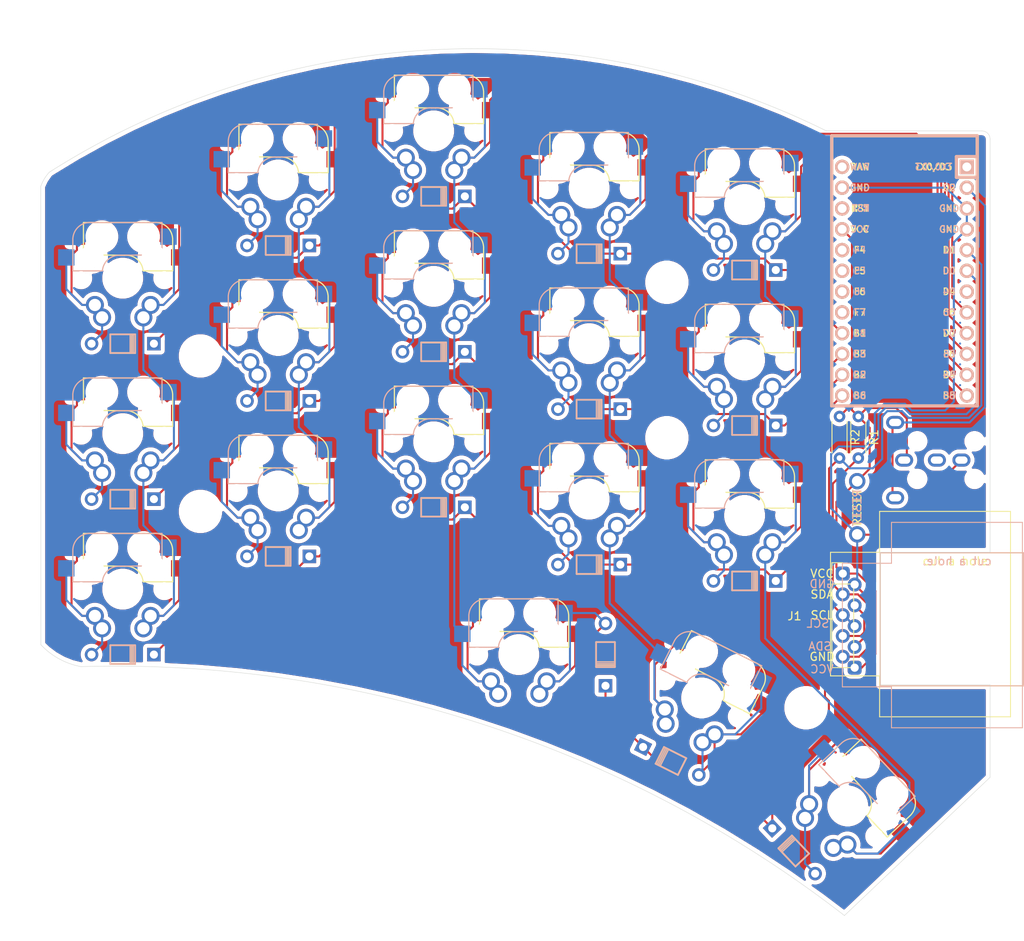
<source format=kicad_pcb>
(kicad_pcb (version 20171130) (host pcbnew 5.1.8)
  (layers (0 F.Cu signal) (31 B.Cu signal) (34 B.Paste user) (35 F.Paste user) (36 B.SilkS user) (37 F.SilkS user) (38 B.Mask user) (39 F.Mask user) (44 Edge.Cuts user))
  (net 0 "")
  (net 1 "Net-(D1-Pad2)")
  (net 2 "Net-(D2-Pad2)")
  (net 3 "Net-(D3-Pad2)")
  (net 4 "Net-(D5-Pad2)")
  (net 5 "Net-(D7-Pad2)")
  (net 6 "Net-(D10-Pad2)")
  (net 7 "Net-(D11-Pad2)")
  (net 8 "Net-(D12-Pad2)")
  (net 9 "Net-(D15-Pad2)")
  (net 10 "Net-(D16-Pad2)")
  (net 11 "Net-(D17-Pad2)")
  (net 12 COL0)
  (net 13 COL1)
  (net 14 COL2)
  (net 15 COL3)
  (net 16 COL4)
  (net 17 "Net-(D4-Pad2)")
  (net 18 "Net-(D8-Pad2)")
  (net 19 "Net-(D9-Pad2)")
  (net 20 "Net-(D13-Pad2)")
  (net 21 "Net-(D14-Pad2)")
  (net 22 "Net-(D18-Pad2)")
  (net 23 ROW0)
  (net 24 ROW1)
  (net 25 ROW2)
  (net 26 ROW3)
  (net 27 SDA)
  (net 28 "Net-(D6-Pad2)")
  (net 29 "Net-(J1-Pad4)")
  (net 30 GND)
  (net 31 VCC)
  (net 32 SCL)
  (net 33 DATA)
  (module footprints:pimoroni-trackball-reversible (layer F.Cu) (at 118 75.1)
    (fp_text reference J1 (at -5.9 5.2) (layer F.SilkS))
    (fp_text value Conn_01x05)
    (fp_text user GND (at -2.54 1.27) (layer B.SilkS) (effects (justify mirror)))
    (fp_text user SCL (at -3.048 6.096) (layer B.SilkS) (effects (justify mirror)))
    (fp_text user SDA (at -2.794 8.89) (layer B.SilkS) (effects (justify mirror)))
    (fp_text user VCC (at -2.54 11.684) (layer B.SilkS) (effects (justify mirror)))
    (fp_text user GND (at -2.54 10.16) (layer F.SilkS))
    (fp_text user SCL (at -2.54 5.08) (layer F.SilkS))
    (fp_text user SDA (at -2.54 2.54) (layer F.SilkS))
    (fp_text user VCC (at -2.54 0) (layer F.SilkS))
    (fp_text user "cut a hole." (at 13.97 -1.524) (layer B.SilkS) (effects (justify mirror)))
    (fp_text user "cut a hole." (at 13.97 -1.524) (layer F.SilkS))
    (pad 4 thru_hole oval (at 1.45 3.88) (size 1.7 1.7) (drill 1) (layers *.Cu *.Mask) (net 29 "Net-(J1-Pad4)"))
    (pad 5 thru_hole oval (at 1.45 1.34) (size 1.7 1.7) (drill 1) (layers *.Cu *.Mask) (net 30 GND))
    (pad 1 thru_hole roundrect (at 1.45 11.5) (size 1.7 1.7) (drill 1) (layers *.Cu *.Mask) (net 31 VCC))
    (pad 2 thru_hole oval (at 1.45 8.96) (size 1.7 1.7) (drill 1) (layers *.Cu *.Mask) (net 27 SDA))
    (pad 3 thru_hole oval (at 1.45 6.42) (size 1.7 1.7) (drill 1) (layers *.Cu *.Mask) (net 32 SCL))
    (pad 5 thru_hole oval (at 0 10.16) (size 1.7 1.7) (drill 1) (layers *.Cu *.Mask) (net 30 GND))
    (pad 4 thru_hole oval (at 0 7.62) (size 1.7 1.7) (drill 1) (layers *.Cu *.Mask) (net 29 "Net-(J1-Pad4)"))
    (pad 3 thru_hole oval (at 0 5.08) (size 1.7 1.7) (drill 1) (layers *.Cu *.Mask) (net 32 SCL))
    (pad 2 thru_hole oval (at 0 2.54) (size 1.7 1.7) (drill 1) (layers *.Cu *.Mask) (net 27 SDA))
    (pad 1 thru_hole roundrect (at 0 0) (size 1.7 1.7) (drill 1) (layers *.Cu *.Mask) (net 31 VCC))
  )
  (module Resistor_THT:R_Axial_DIN0204_L3.6mm_D1.6mm_P5.08mm_Horizontal (layer F.Cu) (at 117.6 55.9 270)
    (fp_text reference R2 (at 2.54 -1.92 90) (layer F.SilkS))
    (fp_text value R)
    (pad 2 thru_hole oval (at 5.08 0 270) (size 1.4 1.4) (drill 0.7) (layers *.Cu *.Mask) (net 32 SCL))
    (pad 1 thru_hole circle (at 0 0 270) (size 1.4 1.4) (drill 0.7) (layers *.Cu *.Mask) (net 31 VCC))
  )
  (module Resistor_THT:R_Axial_DIN0204_L3.6mm_D1.6mm_P5.08mm_Horizontal (layer F.Cu) (at 119.9 55.9 270)
    (fp_text reference R1 (at 2.54 -1.92 90) (layer F.SilkS))
    (fp_text value R)
    (pad 2 thru_hole oval (at 5.08 0 270) (size 1.4 1.4) (drill 0.7) (layers *.Cu *.Mask) (net 27 SDA))
    (pad 1 thru_hole circle (at 0 0 270) (size 1.4 1.4) (drill 0.7) (layers *.Cu *.Mask) (net 31 VCC))
  )
  (module footprints:hole-m2-pcb (layer F.Cu) (at 113.5 91.5)
    (fp_text reference H5 hide)
    (fp_text value MountingHole hide)
    (pad "" np_thru_hole circle (at 0 0) (size 4.3 4.3) (drill 4.3) (layers *.Cu *.Mask))
  )
  (module footprints:hole-m2-pcb (layer F.Cu) (at 96.5 58.5)
    (fp_text reference H4 hide)
    (fp_text value MountingHole hide)
    (pad "" np_thru_hole circle (at 0 0) (size 4.3 4.3) (drill 4.3) (layers *.Cu *.Mask))
  )
  (module footprints:hole-m2-pcb (layer F.Cu) (at 96.5 39.5)
    (fp_text reference H3 hide)
    (fp_text value MountingHole hide)
    (pad "" np_thru_hole circle (at 0 0) (size 4.3 4.3) (drill 4.3) (layers *.Cu *.Mask))
  )
  (module footprints:hole-m2-pcb (layer F.Cu) (at 39.5 67.5)
    (fp_text reference H2 hide)
    (fp_text value MountingHole hide)
    (pad "" np_thru_hole circle (at 0 0) (size 4.3 4.3) (drill 4.3) (layers *.Cu *.Mask))
  )
  (module footprints:hole-m2-pcb (layer F.Cu) (at 39.5 48.5)
    (fp_text reference H1 hide)
    (fp_text value MountingHole hide)
    (pad "" np_thru_hole circle (at 0 0) (size 4.3 4.3) (drill 4.3) (layers *.Cu *.Mask))
  )
  (module footprints:reset (layer F.Cu) (at 119.761 67.056 90)
    (fp_text reference SW15 hide)
    (fp_text value switch hide)
    (fp_text user RESET (at 0 0 90) (layer B.SilkS) (effects (justify mirror)))
    (fp_text user RESET (at 0 0 90) (layer F.SilkS))
    (pad 2 thru_hole circle (at -3.25 0 90) (size 2 2) (drill 1.3) (layers *.Cu *.Mask) (net 30 GND))
    (pad 1 thru_hole circle (at 3.25 0 90) (size 2 2) (drill 1.3) (layers *.Cu *.Mask) (net 31 VCC))
  )
  (module footprints:diode (layer F.Cu) (at 97 98 153.4)
    (fp_text reference D14 hide)
    (fp_text value D hide)
    (pad 1 thru_hole rect (at 3.81 0 153.4) (size 1.651 1.651) (drill 0.9906) (layers *.Cu *.Mask) (net 26 ROW3))
    (pad 2 thru_hole circle (at -3.81 0 153.4) (size 1.651 1.651) (drill 0.9906) (layers *.Cu *.Mask) (net 21 "Net-(D14-Pad2)"))
  )
  (module footprints:1u-dual-socket (layer F.Cu) (at 118.6 103.5 313.4)
    (fp_text reference SW19 hide)
    (fp_text value switch hide)
    (pad 2 thru_hole circle (at 2.52 4.79 313.4) (size 2.2 2.2) (drill 1.5) (layers *.Cu *.Mask) (net 16 COL4))
    (pad 1 thru_hole circle (at -2.52 4.79 313.4) (size 2.2 2.2) (drill 1.5) (layers *.Cu *.Mask) (net 22 "Net-(D18-Pad2)"))
    (pad 1 thru_hole circle (at -3.405 3.27 342.4) (size 2.2 2.2) (drill 1.5) (layers *.Cu *.Mask) (net 22 "Net-(D18-Pad2)"))
    (pad 2 thru_hole circle (at 3.405 3.27 342.4) (size 2.2 2.2) (drill 1.5) (layers *.Cu *.Mask) (net 16 COL4))
    (pad 2 smd rect (at 6.9 -2.54 133.4) (size 2 2) (layers F.Cu F.Paste F.Mask) (net 16 COL4))
    (pad 2 smd rect (at 5.6 -5.08 133.4) (size 2 2) (layers B.Cu B.Paste B.Mask) (net 16 COL4))
    (pad 1 smd rect (at -6.9 -2.54 133.4) (size 2 2) (layers B.Cu B.Paste B.Mask) (net 22 "Net-(D18-Pad2)"))
    (pad 1 smd rect (at -5.6 -5.08 133.4) (size 2 2) (layers F.Cu F.Paste F.Mask) (net 22 "Net-(D18-Pad2)"))
    (pad HOLE np_thru_hole circle (at 5.08 0 313.4) (size 1.7 1.7) (drill 1.7) (layers *.Cu *.Mask))
    (pad HOLE np_thru_hole circle (at 3.81 -2.54 133.4) (size 3 3) (drill 3) (layers *.Cu *.Mask))
    (pad HOLE np_thru_hole circle (at 2.54 -5.08 133.4) (size 3 3) (drill 3) (layers *.Cu *.Mask))
    (pad HOLE np_thru_hole circle (at 0 0 43.4) (size 4 4) (drill 4) (layers *.Cu *.Mask))
    (pad HOLE np_thru_hole circle (at -5.08 0 313.4) (size 1.7 1.7) (drill 1.7) (layers *.Cu *.Mask))
    (pad HOLE np_thru_hole circle (at -3.81 -2.54 133.4) (size 3 3) (drill 3) (layers *.Cu *.Mask))
    (pad HOLE np_thru_hole circle (at -2.54 -5.08 133.4) (size 3 3) (drill 3) (layers *.Cu *.Mask))
  )
  (module footprints:1u-dual-socket (layer F.Cu) (at 106 68)
    (fp_text reference SW18 hide)
    (fp_text value switch hide)
    (pad 2 thru_hole circle (at 2.52 4.79) (size 2.2 2.2) (drill 1.5) (layers *.Cu *.Mask) (net 16 COL4))
    (pad 1 thru_hole circle (at -2.52 4.79) (size 2.2 2.2) (drill 1.5) (layers *.Cu *.Mask) (net 11 "Net-(D17-Pad2)"))
    (pad 1 thru_hole circle (at -3.405 3.27 29) (size 2.2 2.2) (drill 1.5) (layers *.Cu *.Mask) (net 11 "Net-(D17-Pad2)"))
    (pad 2 thru_hole circle (at 3.405 3.27 29) (size 2.2 2.2) (drill 1.5) (layers *.Cu *.Mask) (net 16 COL4))
    (pad 2 smd rect (at 6.9 -2.54 180) (size 2 2) (layers F.Cu F.Paste F.Mask) (net 16 COL4))
    (pad 2 smd rect (at 5.6 -5.08 180) (size 2 2) (layers B.Cu B.Paste B.Mask) (net 16 COL4))
    (pad 1 smd rect (at -6.9 -2.54 180) (size 2 2) (layers B.Cu B.Paste B.Mask) (net 11 "Net-(D17-Pad2)"))
    (pad 1 smd rect (at -5.6 -5.08 180) (size 2 2) (layers F.Cu F.Paste F.Mask) (net 11 "Net-(D17-Pad2)"))
    (pad HOLE np_thru_hole circle (at 5.08 0) (size 1.7 1.7) (drill 1.7) (layers *.Cu *.Mask))
    (pad HOLE np_thru_hole circle (at 3.81 -2.54 180) (size 3 3) (drill 3) (layers *.Cu *.Mask))
    (pad HOLE np_thru_hole circle (at 2.54 -5.08 180) (size 3 3) (drill 3) (layers *.Cu *.Mask))
    (pad HOLE np_thru_hole circle (at 0 0 90) (size 4 4) (drill 4) (layers *.Cu *.Mask))
    (pad HOLE np_thru_hole circle (at -5.08 0) (size 1.7 1.7) (drill 1.7) (layers *.Cu *.Mask))
    (pad HOLE np_thru_hole circle (at -3.81 -2.54 180) (size 3 3) (drill 3) (layers *.Cu *.Mask))
    (pad HOLE np_thru_hole circle (at -2.54 -5.08 180) (size 3 3) (drill 3) (layers *.Cu *.Mask))
  )
  (module footprints:1u-dual-socket (layer F.Cu) (at 106 49)
    (fp_text reference SW17 hide)
    (fp_text value switch hide)
    (pad 2 thru_hole circle (at 2.52 4.79) (size 2.2 2.2) (drill 1.5) (layers *.Cu *.Mask) (net 16 COL4))
    (pad 1 thru_hole circle (at -2.52 4.79) (size 2.2 2.2) (drill 1.5) (layers *.Cu *.Mask) (net 10 "Net-(D16-Pad2)"))
    (pad 1 thru_hole circle (at -3.405 3.27 29) (size 2.2 2.2) (drill 1.5) (layers *.Cu *.Mask) (net 10 "Net-(D16-Pad2)"))
    (pad 2 thru_hole circle (at 3.405 3.27 29) (size 2.2 2.2) (drill 1.5) (layers *.Cu *.Mask) (net 16 COL4))
    (pad 2 smd rect (at 6.9 -2.54 180) (size 2 2) (layers F.Cu F.Paste F.Mask) (net 16 COL4))
    (pad 2 smd rect (at 5.6 -5.08 180) (size 2 2) (layers B.Cu B.Paste B.Mask) (net 16 COL4))
    (pad 1 smd rect (at -6.9 -2.54 180) (size 2 2) (layers B.Cu B.Paste B.Mask) (net 10 "Net-(D16-Pad2)"))
    (pad 1 smd rect (at -5.6 -5.08 180) (size 2 2) (layers F.Cu F.Paste F.Mask) (net 10 "Net-(D16-Pad2)"))
    (pad HOLE np_thru_hole circle (at 5.08 0) (size 1.7 1.7) (drill 1.7) (layers *.Cu *.Mask))
    (pad HOLE np_thru_hole circle (at 3.81 -2.54 180) (size 3 3) (drill 3) (layers *.Cu *.Mask))
    (pad HOLE np_thru_hole circle (at 2.54 -5.08 180) (size 3 3) (drill 3) (layers *.Cu *.Mask))
    (pad HOLE np_thru_hole circle (at 0 0 90) (size 4 4) (drill 4) (layers *.Cu *.Mask))
    (pad HOLE np_thru_hole circle (at -5.08 0) (size 1.7 1.7) (drill 1.7) (layers *.Cu *.Mask))
    (pad HOLE np_thru_hole circle (at -3.81 -2.54 180) (size 3 3) (drill 3) (layers *.Cu *.Mask))
    (pad HOLE np_thru_hole circle (at -2.54 -5.08 180) (size 3 3) (drill 3) (layers *.Cu *.Mask))
  )
  (module footprints:1u-dual-socket (layer F.Cu) (at 106 30)
    (fp_text reference SW16 hide)
    (fp_text value switch hide)
    (pad 2 thru_hole circle (at 2.52 4.79) (size 2.2 2.2) (drill 1.5) (layers *.Cu *.Mask) (net 16 COL4))
    (pad 1 thru_hole circle (at -2.52 4.79) (size 2.2 2.2) (drill 1.5) (layers *.Cu *.Mask) (net 9 "Net-(D15-Pad2)"))
    (pad 1 thru_hole circle (at -3.405 3.27 29) (size 2.2 2.2) (drill 1.5) (layers *.Cu *.Mask) (net 9 "Net-(D15-Pad2)"))
    (pad 2 thru_hole circle (at 3.405 3.27 29) (size 2.2 2.2) (drill 1.5) (layers *.Cu *.Mask) (net 16 COL4))
    (pad 2 smd rect (at 6.9 -2.54 180) (size 2 2) (layers F.Cu F.Paste F.Mask) (net 16 COL4))
    (pad 2 smd rect (at 5.6 -5.08 180) (size 2 2) (layers B.Cu B.Paste B.Mask) (net 16 COL4))
    (pad 1 smd rect (at -6.9 -2.54 180) (size 2 2) (layers B.Cu B.Paste B.Mask) (net 9 "Net-(D15-Pad2)"))
    (pad 1 smd rect (at -5.6 -5.08 180) (size 2 2) (layers F.Cu F.Paste F.Mask) (net 9 "Net-(D15-Pad2)"))
    (pad HOLE np_thru_hole circle (at 5.08 0) (size 1.7 1.7) (drill 1.7) (layers *.Cu *.Mask))
    (pad HOLE np_thru_hole circle (at 3.81 -2.54 180) (size 3 3) (drill 3) (layers *.Cu *.Mask))
    (pad HOLE np_thru_hole circle (at 2.54 -5.08 180) (size 3 3) (drill 3) (layers *.Cu *.Mask))
    (pad HOLE np_thru_hole circle (at 0 0 90) (size 4 4) (drill 4) (layers *.Cu *.Mask))
    (pad HOLE np_thru_hole circle (at -5.08 0) (size 1.7 1.7) (drill 1.7) (layers *.Cu *.Mask))
    (pad HOLE np_thru_hole circle (at -3.81 -2.54 180) (size 3 3) (drill 3) (layers *.Cu *.Mask))
    (pad HOLE np_thru_hole circle (at -2.54 -5.08 180) (size 3 3) (drill 3) (layers *.Cu *.Mask))
  )
  (module footprints:1u-dual-socket (layer F.Cu) (at 100.75 90.3 333.4)
    (fp_text reference SW14 hide)
    (fp_text value switch hide)
    (pad 2 thru_hole circle (at 2.52 4.79 333.4) (size 2.2 2.2) (drill 1.5) (layers *.Cu *.Mask) (net 21 "Net-(D14-Pad2)"))
    (pad 1 thru_hole circle (at -2.52 4.79 333.4) (size 2.2 2.2) (drill 1.5) (layers *.Cu *.Mask) (net 15 COL3))
    (pad 1 thru_hole circle (at -3.405 3.27 2.4) (size 2.2 2.2) (drill 1.5) (layers *.Cu *.Mask) (net 15 COL3))
    (pad 2 thru_hole circle (at 3.405 3.27 2.4) (size 2.2 2.2) (drill 1.5) (layers *.Cu *.Mask) (net 21 "Net-(D14-Pad2)"))
    (pad 2 smd rect (at 6.9 -2.54 153.4) (size 2 2) (layers F.Cu F.Paste F.Mask) (net 21 "Net-(D14-Pad2)"))
    (pad 2 smd rect (at 5.6 -5.08 153.4) (size 2 2) (layers B.Cu B.Paste B.Mask) (net 21 "Net-(D14-Pad2)"))
    (pad 1 smd rect (at -6.9 -2.54 153.4) (size 2 2) (layers B.Cu B.Paste B.Mask) (net 15 COL3))
    (pad 1 smd rect (at -5.6 -5.08 153.4) (size 2 2) (layers F.Cu F.Paste F.Mask) (net 15 COL3))
    (pad HOLE np_thru_hole circle (at 5.08 0 333.4) (size 1.7 1.7) (drill 1.7) (layers *.Cu *.Mask))
    (pad HOLE np_thru_hole circle (at 3.81 -2.54 153.4) (size 3 3) (drill 3) (layers *.Cu *.Mask))
    (pad HOLE np_thru_hole circle (at 2.54 -5.08 153.4) (size 3 3) (drill 3) (layers *.Cu *.Mask))
    (pad HOLE np_thru_hole circle (at 0 0 63.4) (size 4 4) (drill 4) (layers *.Cu *.Mask))
    (pad HOLE np_thru_hole circle (at -5.08 0 333.4) (size 1.7 1.7) (drill 1.7) (layers *.Cu *.Mask))
    (pad HOLE np_thru_hole circle (at -3.81 -2.54 153.4) (size 3 3) (drill 3) (layers *.Cu *.Mask))
    (pad HOLE np_thru_hole circle (at -2.54 -5.08 153.4) (size 3 3) (drill 3) (layers *.Cu *.Mask))
  )
  (module footprints:1u-dual-socket (layer F.Cu) (at 87 66)
    (fp_text reference SW13 hide)
    (fp_text value switch hide)
    (pad 2 thru_hole circle (at 2.52 4.79) (size 2.2 2.2) (drill 1.5) (layers *.Cu *.Mask) (net 15 COL3))
    (pad 1 thru_hole circle (at -2.52 4.79) (size 2.2 2.2) (drill 1.5) (layers *.Cu *.Mask) (net 20 "Net-(D13-Pad2)"))
    (pad 1 thru_hole circle (at -3.405 3.27 29) (size 2.2 2.2) (drill 1.5) (layers *.Cu *.Mask) (net 20 "Net-(D13-Pad2)"))
    (pad 2 thru_hole circle (at 3.405 3.27 29) (size 2.2 2.2) (drill 1.5) (layers *.Cu *.Mask) (net 15 COL3))
    (pad 2 smd rect (at 6.9 -2.54 180) (size 2 2) (layers F.Cu F.Paste F.Mask) (net 15 COL3))
    (pad 2 smd rect (at 5.6 -5.08 180) (size 2 2) (layers B.Cu B.Paste B.Mask) (net 15 COL3))
    (pad 1 smd rect (at -6.9 -2.54 180) (size 2 2) (layers B.Cu B.Paste B.Mask) (net 20 "Net-(D13-Pad2)"))
    (pad 1 smd rect (at -5.6 -5.08 180) (size 2 2) (layers F.Cu F.Paste F.Mask) (net 20 "Net-(D13-Pad2)"))
    (pad HOLE np_thru_hole circle (at 5.08 0) (size 1.7 1.7) (drill 1.7) (layers *.Cu *.Mask))
    (pad HOLE np_thru_hole circle (at 3.81 -2.54 180) (size 3 3) (drill 3) (layers *.Cu *.Mask))
    (pad HOLE np_thru_hole circle (at 2.54 -5.08 180) (size 3 3) (drill 3) (layers *.Cu *.Mask))
    (pad HOLE np_thru_hole circle (at 0 0 90) (size 4 4) (drill 4) (layers *.Cu *.Mask))
    (pad HOLE np_thru_hole circle (at -5.08 0) (size 1.7 1.7) (drill 1.7) (layers *.Cu *.Mask))
    (pad HOLE np_thru_hole circle (at -3.81 -2.54 180) (size 3 3) (drill 3) (layers *.Cu *.Mask))
    (pad HOLE np_thru_hole circle (at -2.54 -5.08 180) (size 3 3) (drill 3) (layers *.Cu *.Mask))
  )
  (module footprints:1u-dual-socket (layer F.Cu) (at 87 47)
    (fp_text reference SW12 hide)
    (fp_text value switch hide)
    (pad 2 thru_hole circle (at 2.52 4.79) (size 2.2 2.2) (drill 1.5) (layers *.Cu *.Mask) (net 15 COL3))
    (pad 1 thru_hole circle (at -2.52 4.79) (size 2.2 2.2) (drill 1.5) (layers *.Cu *.Mask) (net 8 "Net-(D12-Pad2)"))
    (pad 1 thru_hole circle (at -3.405 3.27 29) (size 2.2 2.2) (drill 1.5) (layers *.Cu *.Mask) (net 8 "Net-(D12-Pad2)"))
    (pad 2 thru_hole circle (at 3.405 3.27 29) (size 2.2 2.2) (drill 1.5) (layers *.Cu *.Mask) (net 15 COL3))
    (pad 2 smd rect (at 6.9 -2.54 180) (size 2 2) (layers F.Cu F.Paste F.Mask) (net 15 COL3))
    (pad 2 smd rect (at 5.6 -5.08 180) (size 2 2) (layers B.Cu B.Paste B.Mask) (net 15 COL3))
    (pad 1 smd rect (at -6.9 -2.54 180) (size 2 2) (layers B.Cu B.Paste B.Mask) (net 8 "Net-(D12-Pad2)"))
    (pad 1 smd rect (at -5.6 -5.08 180) (size 2 2) (layers F.Cu F.Paste F.Mask) (net 8 "Net-(D12-Pad2)"))
    (pad HOLE np_thru_hole circle (at 5.08 0) (size 1.7 1.7) (drill 1.7) (layers *.Cu *.Mask))
    (pad HOLE np_thru_hole circle (at 3.81 -2.54 180) (size 3 3) (drill 3) (layers *.Cu *.Mask))
    (pad HOLE np_thru_hole circle (at 2.54 -5.08 180) (size 3 3) (drill 3) (layers *.Cu *.Mask))
    (pad HOLE np_thru_hole circle (at 0 0 90) (size 4 4) (drill 4) (layers *.Cu *.Mask))
    (pad HOLE np_thru_hole circle (at -5.08 0) (size 1.7 1.7) (drill 1.7) (layers *.Cu *.Mask))
    (pad HOLE np_thru_hole circle (at -3.81 -2.54 180) (size 3 3) (drill 3) (layers *.Cu *.Mask))
    (pad HOLE np_thru_hole circle (at -2.54 -5.08 180) (size 3 3) (drill 3) (layers *.Cu *.Mask))
  )
  (module footprints:1u-dual-socket (layer F.Cu) (at 87 28)
    (fp_text reference SW11 hide)
    (fp_text value switch hide)
    (pad 2 thru_hole circle (at 2.52 4.79) (size 2.2 2.2) (drill 1.5) (layers *.Cu *.Mask) (net 15 COL3))
    (pad 1 thru_hole circle (at -2.52 4.79) (size 2.2 2.2) (drill 1.5) (layers *.Cu *.Mask) (net 7 "Net-(D11-Pad2)"))
    (pad 1 thru_hole circle (at -3.405 3.27 29) (size 2.2 2.2) (drill 1.5) (layers *.Cu *.Mask) (net 7 "Net-(D11-Pad2)"))
    (pad 2 thru_hole circle (at 3.405 3.27 29) (size 2.2 2.2) (drill 1.5) (layers *.Cu *.Mask) (net 15 COL3))
    (pad 2 smd rect (at 6.9 -2.54 180) (size 2 2) (layers F.Cu F.Paste F.Mask) (net 15 COL3))
    (pad 2 smd rect (at 5.6 -5.08 180) (size 2 2) (layers B.Cu B.Paste B.Mask) (net 15 COL3))
    (pad 1 smd rect (at -6.9 -2.54 180) (size 2 2) (layers B.Cu B.Paste B.Mask) (net 7 "Net-(D11-Pad2)"))
    (pad 1 smd rect (at -5.6 -5.08 180) (size 2 2) (layers F.Cu F.Paste F.Mask) (net 7 "Net-(D11-Pad2)"))
    (pad HOLE np_thru_hole circle (at 5.08 0) (size 1.7 1.7) (drill 1.7) (layers *.Cu *.Mask))
    (pad HOLE np_thru_hole circle (at 3.81 -2.54 180) (size 3 3) (drill 3) (layers *.Cu *.Mask))
    (pad HOLE np_thru_hole circle (at 2.54 -5.08 180) (size 3 3) (drill 3) (layers *.Cu *.Mask))
    (pad HOLE np_thru_hole circle (at 0 0 90) (size 4 4) (drill 4) (layers *.Cu *.Mask))
    (pad HOLE np_thru_hole circle (at -5.08 0) (size 1.7 1.7) (drill 1.7) (layers *.Cu *.Mask))
    (pad HOLE np_thru_hole circle (at -3.81 -2.54 180) (size 3 3) (drill 3) (layers *.Cu *.Mask))
    (pad HOLE np_thru_hole circle (at -2.54 -5.08 180) (size 3 3) (drill 3) (layers *.Cu *.Mask))
  )
  (module footprints:1u-dual-socket (layer F.Cu) (at 78.4 85)
    (fp_text reference SW10 hide)
    (fp_text value switch hide)
    (pad 2 thru_hole circle (at 2.52 4.79) (size 2.2 2.2) (drill 1.5) (layers *.Cu *.Mask) (net 6 "Net-(D10-Pad2)"))
    (pad 1 thru_hole circle (at -2.52 4.79) (size 2.2 2.2) (drill 1.5) (layers *.Cu *.Mask) (net 14 COL2))
    (pad 1 thru_hole circle (at -3.405 3.27 29) (size 2.2 2.2) (drill 1.5) (layers *.Cu *.Mask) (net 14 COL2))
    (pad 2 thru_hole circle (at 3.405 3.27 29) (size 2.2 2.2) (drill 1.5) (layers *.Cu *.Mask) (net 6 "Net-(D10-Pad2)"))
    (pad 2 smd rect (at 6.9 -2.54 180) (size 2 2) (layers F.Cu F.Paste F.Mask) (net 6 "Net-(D10-Pad2)"))
    (pad 2 smd rect (at 5.6 -5.08 180) (size 2 2) (layers B.Cu B.Paste B.Mask) (net 6 "Net-(D10-Pad2)"))
    (pad 1 smd rect (at -6.9 -2.54 180) (size 2 2) (layers B.Cu B.Paste B.Mask) (net 14 COL2))
    (pad 1 smd rect (at -5.6 -5.08 180) (size 2 2) (layers F.Cu F.Paste F.Mask) (net 14 COL2))
    (pad HOLE np_thru_hole circle (at 5.08 0) (size 1.7 1.7) (drill 1.7) (layers *.Cu *.Mask))
    (pad HOLE np_thru_hole circle (at 3.81 -2.54 180) (size 3 3) (drill 3) (layers *.Cu *.Mask))
    (pad HOLE np_thru_hole circle (at 2.54 -5.08 180) (size 3 3) (drill 3) (layers *.Cu *.Mask))
    (pad HOLE np_thru_hole circle (at 0 0 90) (size 4 4) (drill 4) (layers *.Cu *.Mask))
    (pad HOLE np_thru_hole circle (at -5.08 0) (size 1.7 1.7) (drill 1.7) (layers *.Cu *.Mask))
    (pad HOLE np_thru_hole circle (at -3.81 -2.54 180) (size 3 3) (drill 3) (layers *.Cu *.Mask))
    (pad HOLE np_thru_hole circle (at -2.54 -5.08 180) (size 3 3) (drill 3) (layers *.Cu *.Mask))
  )
  (module footprints:1u-dual-socket (layer F.Cu) (at 68 59)
    (fp_text reference SW9 hide)
    (fp_text value switch hide)
    (pad 2 thru_hole circle (at 2.52 4.79) (size 2.2 2.2) (drill 1.5) (layers *.Cu *.Mask) (net 14 COL2))
    (pad 1 thru_hole circle (at -2.52 4.79) (size 2.2 2.2) (drill 1.5) (layers *.Cu *.Mask) (net 19 "Net-(D9-Pad2)"))
    (pad 1 thru_hole circle (at -3.405 3.27 29) (size 2.2 2.2) (drill 1.5) (layers *.Cu *.Mask) (net 19 "Net-(D9-Pad2)"))
    (pad 2 thru_hole circle (at 3.405 3.27 29) (size 2.2 2.2) (drill 1.5) (layers *.Cu *.Mask) (net 14 COL2))
    (pad 2 smd rect (at 6.9 -2.54 180) (size 2 2) (layers F.Cu F.Paste F.Mask) (net 14 COL2))
    (pad 2 smd rect (at 5.6 -5.08 180) (size 2 2) (layers B.Cu B.Paste B.Mask) (net 14 COL2))
    (pad 1 smd rect (at -6.9 -2.54 180) (size 2 2) (layers B.Cu B.Paste B.Mask) (net 19 "Net-(D9-Pad2)"))
    (pad 1 smd rect (at -5.6 -5.08 180) (size 2 2) (layers F.Cu F.Paste F.Mask) (net 19 "Net-(D9-Pad2)"))
    (pad HOLE np_thru_hole circle (at 5.08 0) (size 1.7 1.7) (drill 1.7) (layers *.Cu *.Mask))
    (pad HOLE np_thru_hole circle (at 3.81 -2.54 180) (size 3 3) (drill 3) (layers *.Cu *.Mask))
    (pad HOLE np_thru_hole circle (at 2.54 -5.08 180) (size 3 3) (drill 3) (layers *.Cu *.Mask))
    (pad HOLE np_thru_hole circle (at 0 0 90) (size 4 4) (drill 4) (layers *.Cu *.Mask))
    (pad HOLE np_thru_hole circle (at -5.08 0) (size 1.7 1.7) (drill 1.7) (layers *.Cu *.Mask))
    (pad HOLE np_thru_hole circle (at -3.81 -2.54 180) (size 3 3) (drill 3) (layers *.Cu *.Mask))
    (pad HOLE np_thru_hole circle (at -2.54 -5.08 180) (size 3 3) (drill 3) (layers *.Cu *.Mask))
  )
  (module footprints:1u-dual-socket (layer F.Cu) (at 68 40)
    (fp_text reference SW8 hide)
    (fp_text value switch hide)
    (pad 2 thru_hole circle (at 2.52 4.79) (size 2.2 2.2) (drill 1.5) (layers *.Cu *.Mask) (net 14 COL2))
    (pad 1 thru_hole circle (at -2.52 4.79) (size 2.2 2.2) (drill 1.5) (layers *.Cu *.Mask) (net 18 "Net-(D8-Pad2)"))
    (pad 1 thru_hole circle (at -3.405 3.27 29) (size 2.2 2.2) (drill 1.5) (layers *.Cu *.Mask) (net 18 "Net-(D8-Pad2)"))
    (pad 2 thru_hole circle (at 3.405 3.27 29) (size 2.2 2.2) (drill 1.5) (layers *.Cu *.Mask) (net 14 COL2))
    (pad 2 smd rect (at 6.9 -2.54 180) (size 2 2) (layers F.Cu F.Paste F.Mask) (net 14 COL2))
    (pad 2 smd rect (at 5.6 -5.08 180) (size 2 2) (layers B.Cu B.Paste B.Mask) (net 14 COL2))
    (pad 1 smd rect (at -6.9 -2.54 180) (size 2 2) (layers B.Cu B.Paste B.Mask) (net 18 "Net-(D8-Pad2)"))
    (pad 1 smd rect (at -5.6 -5.08 180) (size 2 2) (layers F.Cu F.Paste F.Mask) (net 18 "Net-(D8-Pad2)"))
    (pad HOLE np_thru_hole circle (at 5.08 0) (size 1.7 1.7) (drill 1.7) (layers *.Cu *.Mask))
    (pad HOLE np_thru_hole circle (at 3.81 -2.54 180) (size 3 3) (drill 3) (layers *.Cu *.Mask))
    (pad HOLE np_thru_hole circle (at 2.54 -5.08 180) (size 3 3) (drill 3) (layers *.Cu *.Mask))
    (pad HOLE np_thru_hole circle (at 0 0 90) (size 4 4) (drill 4) (layers *.Cu *.Mask))
    (pad HOLE np_thru_hole circle (at -5.08 0) (size 1.7 1.7) (drill 1.7) (layers *.Cu *.Mask))
    (pad HOLE np_thru_hole circle (at -3.81 -2.54 180) (size 3 3) (drill 3) (layers *.Cu *.Mask))
    (pad HOLE np_thru_hole circle (at -2.54 -5.08 180) (size 3 3) (drill 3) (layers *.Cu *.Mask))
  )
  (module footprints:1u-dual-socket (layer F.Cu) (at 68 21)
    (fp_text reference SW7 hide)
    (fp_text value switch hide)
    (pad 2 thru_hole circle (at 2.52 4.79) (size 2.2 2.2) (drill 1.5) (layers *.Cu *.Mask) (net 14 COL2))
    (pad 1 thru_hole circle (at -2.52 4.79) (size 2.2 2.2) (drill 1.5) (layers *.Cu *.Mask) (net 5 "Net-(D7-Pad2)"))
    (pad 1 thru_hole circle (at -3.405 3.27 29) (size 2.2 2.2) (drill 1.5) (layers *.Cu *.Mask) (net 5 "Net-(D7-Pad2)"))
    (pad 2 thru_hole circle (at 3.405 3.27 29) (size 2.2 2.2) (drill 1.5) (layers *.Cu *.Mask) (net 14 COL2))
    (pad 2 smd rect (at 6.9 -2.54 180) (size 2 2) (layers F.Cu F.Paste F.Mask) (net 14 COL2))
    (pad 2 smd rect (at 5.6 -5.08 180) (size 2 2) (layers B.Cu B.Paste B.Mask) (net 14 COL2))
    (pad 1 smd rect (at -6.9 -2.54 180) (size 2 2) (layers B.Cu B.Paste B.Mask) (net 5 "Net-(D7-Pad2)"))
    (pad 1 smd rect (at -5.6 -5.08 180) (size 2 2) (layers F.Cu F.Paste F.Mask) (net 5 "Net-(D7-Pad2)"))
    (pad HOLE np_thru_hole circle (at 5.08 0) (size 1.7 1.7) (drill 1.7) (layers *.Cu *.Mask))
    (pad HOLE np_thru_hole circle (at 3.81 -2.54 180) (size 3 3) (drill 3) (layers *.Cu *.Mask))
    (pad HOLE np_thru_hole circle (at 2.54 -5.08 180) (size 3 3) (drill 3) (layers *.Cu *.Mask))
    (pad HOLE np_thru_hole circle (at 0 0 90) (size 4 4) (drill 4) (layers *.Cu *.Mask))
    (pad HOLE np_thru_hole circle (at -5.08 0) (size 1.7 1.7) (drill 1.7) (layers *.Cu *.Mask))
    (pad HOLE np_thru_hole circle (at -3.81 -2.54 180) (size 3 3) (drill 3) (layers *.Cu *.Mask))
    (pad HOLE np_thru_hole circle (at -2.54 -5.08 180) (size 3 3) (drill 3) (layers *.Cu *.Mask))
  )
  (module footprints:1u-dual-socket (layer F.Cu) (at 49 65)
    (fp_text reference SW6 hide)
    (fp_text value switch hide)
    (pad 2 thru_hole circle (at 2.52 4.79) (size 2.2 2.2) (drill 1.5) (layers *.Cu *.Mask) (net 13 COL1))
    (pad 1 thru_hole circle (at -2.52 4.79) (size 2.2 2.2) (drill 1.5) (layers *.Cu *.Mask) (net 28 "Net-(D6-Pad2)"))
    (pad 1 thru_hole circle (at -3.405 3.27 29) (size 2.2 2.2) (drill 1.5) (layers *.Cu *.Mask) (net 28 "Net-(D6-Pad2)"))
    (pad 2 thru_hole circle (at 3.405 3.27 29) (size 2.2 2.2) (drill 1.5) (layers *.Cu *.Mask) (net 13 COL1))
    (pad 2 smd rect (at 6.9 -2.54 180) (size 2 2) (layers F.Cu F.Paste F.Mask) (net 13 COL1))
    (pad 2 smd rect (at 5.6 -5.08 180) (size 2 2) (layers B.Cu B.Paste B.Mask) (net 13 COL1))
    (pad 1 smd rect (at -6.9 -2.54 180) (size 2 2) (layers B.Cu B.Paste B.Mask) (net 28 "Net-(D6-Pad2)"))
    (pad 1 smd rect (at -5.6 -5.08 180) (size 2 2) (layers F.Cu F.Paste F.Mask) (net 28 "Net-(D6-Pad2)"))
    (pad HOLE np_thru_hole circle (at 5.08 0) (size 1.7 1.7) (drill 1.7) (layers *.Cu *.Mask))
    (pad HOLE np_thru_hole circle (at 3.81 -2.54 180) (size 3 3) (drill 3) (layers *.Cu *.Mask))
    (pad HOLE np_thru_hole circle (at 2.54 -5.08 180) (size 3 3) (drill 3) (layers *.Cu *.Mask))
    (pad HOLE np_thru_hole circle (at 0 0 90) (size 4 4) (drill 4) (layers *.Cu *.Mask))
    (pad HOLE np_thru_hole circle (at -5.08 0) (size 1.7 1.7) (drill 1.7) (layers *.Cu *.Mask))
    (pad HOLE np_thru_hole circle (at -3.81 -2.54 180) (size 3 3) (drill 3) (layers *.Cu *.Mask))
    (pad HOLE np_thru_hole circle (at -2.54 -5.08 180) (size 3 3) (drill 3) (layers *.Cu *.Mask))
  )
  (module footprints:1u-dual-socket (layer F.Cu) (at 49 46)
    (fp_text reference SW5 hide)
    (fp_text value switch hide)
    (pad 2 thru_hole circle (at 2.52 4.79) (size 2.2 2.2) (drill 1.5) (layers *.Cu *.Mask) (net 13 COL1))
    (pad 1 thru_hole circle (at -2.52 4.79) (size 2.2 2.2) (drill 1.5) (layers *.Cu *.Mask) (net 4 "Net-(D5-Pad2)"))
    (pad 1 thru_hole circle (at -3.405 3.27 29) (size 2.2 2.2) (drill 1.5) (layers *.Cu *.Mask) (net 4 "Net-(D5-Pad2)"))
    (pad 2 thru_hole circle (at 3.405 3.27 29) (size 2.2 2.2) (drill 1.5) (layers *.Cu *.Mask) (net 13 COL1))
    (pad 2 smd rect (at 6.9 -2.54 180) (size 2 2) (layers F.Cu F.Paste F.Mask) (net 13 COL1))
    (pad 2 smd rect (at 5.6 -5.08 180) (size 2 2) (layers B.Cu B.Paste B.Mask) (net 13 COL1))
    (pad 1 smd rect (at -6.9 -2.54 180) (size 2 2) (layers B.Cu B.Paste B.Mask) (net 4 "Net-(D5-Pad2)"))
    (pad 1 smd rect (at -5.6 -5.08 180) (size 2 2) (layers F.Cu F.Paste F.Mask) (net 4 "Net-(D5-Pad2)"))
    (pad HOLE np_thru_hole circle (at 5.08 0) (size 1.7 1.7) (drill 1.7) (layers *.Cu *.Mask))
    (pad HOLE np_thru_hole circle (at 3.81 -2.54 180) (size 3 3) (drill 3) (layers *.Cu *.Mask))
    (pad HOLE np_thru_hole circle (at 2.54 -5.08 180) (size 3 3) (drill 3) (layers *.Cu *.Mask))
    (pad HOLE np_thru_hole circle (at 0 0 90) (size 4 4) (drill 4) (layers *.Cu *.Mask))
    (pad HOLE np_thru_hole circle (at -5.08 0) (size 1.7 1.7) (drill 1.7) (layers *.Cu *.Mask))
    (pad HOLE np_thru_hole circle (at -3.81 -2.54 180) (size 3 3) (drill 3) (layers *.Cu *.Mask))
    (pad HOLE np_thru_hole circle (at -2.54 -5.08 180) (size 3 3) (drill 3) (layers *.Cu *.Mask))
  )
  (module footprints:1u-dual-socket (layer F.Cu) (at 49 27)
    (fp_text reference SW4 hide)
    (fp_text value switch hide)
    (pad 2 thru_hole circle (at 2.52 4.79) (size 2.2 2.2) (drill 1.5) (layers *.Cu *.Mask) (net 13 COL1))
    (pad 1 thru_hole circle (at -2.52 4.79) (size 2.2 2.2) (drill 1.5) (layers *.Cu *.Mask) (net 17 "Net-(D4-Pad2)"))
    (pad 1 thru_hole circle (at -3.405 3.27 29) (size 2.2 2.2) (drill 1.5) (layers *.Cu *.Mask) (net 17 "Net-(D4-Pad2)"))
    (pad 2 thru_hole circle (at 3.405 3.27 29) (size 2.2 2.2) (drill 1.5) (layers *.Cu *.Mask) (net 13 COL1))
    (pad 2 smd rect (at 6.9 -2.54 180) (size 2 2) (layers F.Cu F.Paste F.Mask) (net 13 COL1))
    (pad 2 smd rect (at 5.6 -5.08 180) (size 2 2) (layers B.Cu B.Paste B.Mask) (net 13 COL1))
    (pad 1 smd rect (at -6.9 -2.54 180) (size 2 2) (layers B.Cu B.Paste B.Mask) (net 17 "Net-(D4-Pad2)"))
    (pad 1 smd rect (at -5.6 -5.08 180) (size 2 2) (layers F.Cu F.Paste F.Mask) (net 17 "Net-(D4-Pad2)"))
    (pad HOLE np_thru_hole circle (at 5.08 0) (size 1.7 1.7) (drill 1.7) (layers *.Cu *.Mask))
    (pad HOLE np_thru_hole circle (at 3.81 -2.54 180) (size 3 3) (drill 3) (layers *.Cu *.Mask))
    (pad HOLE np_thru_hole circle (at 2.54 -5.08 180) (size 3 3) (drill 3) (layers *.Cu *.Mask))
    (pad HOLE np_thru_hole circle (at 0 0 90) (size 4 4) (drill 4) (layers *.Cu *.Mask))
    (pad HOLE np_thru_hole circle (at -5.08 0) (size 1.7 1.7) (drill 1.7) (layers *.Cu *.Mask))
    (pad HOLE np_thru_hole circle (at -3.81 -2.54 180) (size 3 3) (drill 3) (layers *.Cu *.Mask))
    (pad HOLE np_thru_hole circle (at -2.54 -5.08 180) (size 3 3) (drill 3) (layers *.Cu *.Mask))
  )
  (module footprints:1u-dual-socket (layer F.Cu) (at 30 77)
    (fp_text reference SW3 hide)
    (fp_text value switch hide)
    (pad 2 thru_hole circle (at 2.52 4.79) (size 2.2 2.2) (drill 1.5) (layers *.Cu *.Mask) (net 12 COL0))
    (pad 1 thru_hole circle (at -2.52 4.79) (size 2.2 2.2) (drill 1.5) (layers *.Cu *.Mask) (net 3 "Net-(D3-Pad2)"))
    (pad 1 thru_hole circle (at -3.405 3.27 29) (size 2.2 2.2) (drill 1.5) (layers *.Cu *.Mask) (net 3 "Net-(D3-Pad2)"))
    (pad 2 thru_hole circle (at 3.405 3.27 29) (size 2.2 2.2) (drill 1.5) (layers *.Cu *.Mask) (net 12 COL0))
    (pad 2 smd rect (at 6.9 -2.54 180) (size 2 2) (layers F.Cu F.Paste F.Mask) (net 12 COL0))
    (pad 2 smd rect (at 5.6 -5.08 180) (size 2 2) (layers B.Cu B.Paste B.Mask) (net 12 COL0))
    (pad 1 smd rect (at -6.9 -2.54 180) (size 2 2) (layers B.Cu B.Paste B.Mask) (net 3 "Net-(D3-Pad2)"))
    (pad 1 smd rect (at -5.6 -5.08 180) (size 2 2) (layers F.Cu F.Paste F.Mask) (net 3 "Net-(D3-Pad2)"))
    (pad HOLE np_thru_hole circle (at 5.08 0) (size 1.7 1.7) (drill 1.7) (layers *.Cu *.Mask))
    (pad HOLE np_thru_hole circle (at 3.81 -2.54 180) (size 3 3) (drill 3) (layers *.Cu *.Mask))
    (pad HOLE np_thru_hole circle (at 2.54 -5.08 180) (size 3 3) (drill 3) (layers *.Cu *.Mask))
    (pad HOLE np_thru_hole circle (at 0 0 90) (size 4 4) (drill 4) (layers *.Cu *.Mask))
    (pad HOLE np_thru_hole circle (at -5.08 0) (size 1.7 1.7) (drill 1.7) (layers *.Cu *.Mask))
    (pad HOLE np_thru_hole circle (at -3.81 -2.54 180) (size 3 3) (drill 3) (layers *.Cu *.Mask))
    (pad HOLE np_thru_hole circle (at -2.54 -5.08 180) (size 3 3) (drill 3) (layers *.Cu *.Mask))
  )
  (module footprints:1u-dual-socket (layer F.Cu) (at 30 58)
    (fp_text reference SW2 hide)
    (fp_text value switch hide)
    (pad 2 thru_hole circle (at 2.52 4.79) (size 2.2 2.2) (drill 1.5) (layers *.Cu *.Mask) (net 12 COL0))
    (pad 1 thru_hole circle (at -2.52 4.79) (size 2.2 2.2) (drill 1.5) (layers *.Cu *.Mask) (net 2 "Net-(D2-Pad2)"))
    (pad 1 thru_hole circle (at -3.405 3.27 29) (size 2.2 2.2) (drill 1.5) (layers *.Cu *.Mask) (net 2 "Net-(D2-Pad2)"))
    (pad 2 thru_hole circle (at 3.405 3.27 29) (size 2.2 2.2) (drill 1.5) (layers *.Cu *.Mask) (net 12 COL0))
    (pad 2 smd rect (at 6.9 -2.54 180) (size 2 2) (layers F.Cu F.Paste F.Mask) (net 12 COL0))
    (pad 2 smd rect (at 5.6 -5.08 180) (size 2 2) (layers B.Cu B.Paste B.Mask) (net 12 COL0))
    (pad 1 smd rect (at -6.9 -2.54 180) (size 2 2) (layers B.Cu B.Paste B.Mask) (net 2 "Net-(D2-Pad2)"))
    (pad 1 smd rect (at -5.6 -5.08 180) (size 2 2) (layers F.Cu F.Paste F.Mask) (net 2 "Net-(D2-Pad2)"))
    (pad HOLE np_thru_hole circle (at 5.08 0) (size 1.7 1.7) (drill 1.7) (layers *.Cu *.Mask))
    (pad HOLE np_thru_hole circle (at 3.81 -2.54 180) (size 3 3) (drill 3) (layers *.Cu *.Mask))
    (pad HOLE np_thru_hole circle (at 2.54 -5.08 180) (size 3 3) (drill 3) (layers *.Cu *.Mask))
    (pad HOLE np_thru_hole circle (at 0 0 90) (size 4 4) (drill 4) (layers *.Cu *.Mask))
    (pad HOLE np_thru_hole circle (at -5.08 0) (size 1.7 1.7) (drill 1.7) (layers *.Cu *.Mask))
    (pad HOLE np_thru_hole circle (at -3.81 -2.54 180) (size 3 3) (drill 3) (layers *.Cu *.Mask))
    (pad HOLE np_thru_hole circle (at -2.54 -5.08 180) (size 3 3) (drill 3) (layers *.Cu *.Mask))
  )
  (module footprints:1u-dual-socket (layer F.Cu) (at 30 39)
    (fp_text reference SW1 hide)
    (fp_text value switch hide)
    (pad 2 thru_hole circle (at 2.52 4.79) (size 2.2 2.2) (drill 1.5) (layers *.Cu *.Mask) (net 12 COL0))
    (pad 1 thru_hole circle (at -2.52 4.79) (size 2.2 2.2) (drill 1.5) (layers *.Cu *.Mask) (net 1 "Net-(D1-Pad2)"))
    (pad 1 thru_hole circle (at -3.405 3.27 29) (size 2.2 2.2) (drill 1.5) (layers *.Cu *.Mask) (net 1 "Net-(D1-Pad2)"))
    (pad 2 thru_hole circle (at 3.405 3.27 29) (size 2.2 2.2) (drill 1.5) (layers *.Cu *.Mask) (net 12 COL0))
    (pad 2 smd rect (at 6.9 -2.54 180) (size 2 2) (layers F.Cu F.Paste F.Mask) (net 12 COL0))
    (pad 2 smd rect (at 5.6 -5.08 180) (size 2 2) (layers B.Cu B.Paste B.Mask) (net 12 COL0))
    (pad 1 smd rect (at -6.9 -2.54 180) (size 2 2) (layers B.Cu B.Paste B.Mask) (net 1 "Net-(D1-Pad2)"))
    (pad 1 smd rect (at -5.6 -5.08 180) (size 2 2) (layers F.Cu F.Paste F.Mask) (net 1 "Net-(D1-Pad2)"))
    (pad HOLE np_thru_hole circle (at 5.08 0) (size 1.7 1.7) (drill 1.7) (layers *.Cu *.Mask))
    (pad HOLE np_thru_hole circle (at 3.81 -2.54 180) (size 3 3) (drill 3) (layers *.Cu *.Mask))
    (pad HOLE np_thru_hole circle (at 2.54 -5.08 180) (size 3 3) (drill 3) (layers *.Cu *.Mask))
    (pad HOLE np_thru_hole circle (at 0 0 90) (size 4 4) (drill 4) (layers *.Cu *.Mask))
    (pad HOLE np_thru_hole circle (at -5.08 0) (size 1.7 1.7) (drill 1.7) (layers *.Cu *.Mask))
    (pad HOLE np_thru_hole circle (at -3.81 -2.54 180) (size 3 3) (drill 3) (layers *.Cu *.Mask))
    (pad HOLE np_thru_hole circle (at -2.54 -5.08 180) (size 3 3) (drill 3) (layers *.Cu *.Mask))
  )
  (module footprints:trrs (layer F.Cu) (at 135.7 61.23 270)
    (fp_text reference U2)
    (fp_text value TRRS)
    (pad 3 thru_hole oval (at 0 6.2 270) (size 1.6 2.2) (drill oval 0.9 1.5) (layers *.Cu *.Mask))
    (pad "" np_thru_hole circle (at -2.3 1.6 270) (size 1.5 1.5) (drill 1.5) (layers *.Cu *.Mask))
    (pad "" np_thru_hole circle (at -2.3 8.6 270) (size 1.5 1.5) (drill 1.5) (layers *.Cu *.Mask))
    (pad 4 thru_hole oval (at 0 3.2 270) (size 1.6 2.2) (drill oval 0.9 1.5) (layers *.Cu *.Mask) (net 30 GND))
    (pad 2 thru_hole oval (at 0 10.2 270) (size 1.6 2.2) (drill oval 0.9 1.5) (layers *.Cu *.Mask) (net 31 VCC))
    (pad 1 thru_hole oval (at -4.6 11.3 270) (size 1.6 2.2) (drill oval 0.9 1.5) (layers *.Cu *.Mask) (net 33 DATA))
    (pad 1 thru_hole oval (at 4.6 11.3 270) (size 1.6 2.2) (drill oval 0.9 1.5) (layers *.Cu *.Mask) (net 33 DATA))
    (pad "" np_thru_hole circle (at 2.3 1.6 270) (size 1.5 1.5) (drill 1.5) (layers *.Cu *.Mask))
    (pad "" np_thru_hole circle (at 2.3 8.6 270) (size 1.5 1.5) (drill 1.5) (layers *.Cu *.Mask))
  )
  (module footprints:diode (layer F.Cu) (at 89 85 270)
    (fp_text reference D10 hide)
    (fp_text value D hide)
    (pad 1 thru_hole rect (at 3.81 0 270) (size 1.651 1.651) (drill 0.9906) (layers *.Cu *.Mask) (net 26 ROW3))
    (pad 2 thru_hole circle (at -3.81 0 270) (size 1.651 1.651) (drill 0.9906) (layers *.Cu *.Mask) (net 6 "Net-(D10-Pad2)"))
  )
  (module footprints:promicro (layer B.Cu) (at 125.54 39.37 270)
    (fp_text reference U1 hide)
    (fp_text value ProMicro hide)
    (fp_text user ST (at -8.91 5.04 180) (layer F.SilkS) (effects (font (size 0.8 0.8))))
    (fp_text user TX0/D3 (at -13.97 -3.571872 180) (layer B.SilkS) (effects (font (size 0.8 0.8)) (justify mirror)))
    (fp_text user TX0/D3 (at -13.97 -3.571872 180) (layer F.SilkS) (effects (font (size 0.8 0.8))))
    (fp_text user D2 (at -11.43 -5.461 180) (layer B.SilkS) (effects (font (size 0.8 0.8)) (justify mirror)))
    (fp_text user D0 (at -1.27 -5.461 180) (layer B.SilkS) (effects (font (size 0.8 0.8)) (justify mirror)))
    (fp_text user D1 (at -3.81 -5.461 180) (layer B.SilkS) (effects (font (size 0.8 0.8)) (justify mirror)))
    (fp_text user GND (at -6.35 -5.461 180) (layer B.SilkS) (effects (font (size 0.8 0.8)) (justify mirror)))
    (fp_text user GND (at -8.89 -5.461 180) (layer B.SilkS) (effects (font (size 0.8 0.8)) (justify mirror)))
    (fp_text user D4 (at 1.27 -5.461 180) (layer B.SilkS) (effects (font (size 0.8 0.8)) (justify mirror)))
    (fp_text user C6 (at 3.81 -5.461 180) (layer B.SilkS) (effects (font (size 0.8 0.8)) (justify mirror)))
    (fp_text user D7 (at 6.35 -5.461 180) (layer B.SilkS) (effects (font (size 0.8 0.8)) (justify mirror)))
    (fp_text user E6 (at 8.89 -5.461 180) (layer B.SilkS) (effects (font (size 0.8 0.8)) (justify mirror)))
    (fp_text user B4 (at 11.43 -5.461 180) (layer B.SilkS) (effects (font (size 0.8 0.8)) (justify mirror)))
    (fp_text user B5 (at 13.97 -5.461 180) (layer B.SilkS) (effects (font (size 0.8 0.8)) (justify mirror)))
    (fp_text user B6 (at 13.97 5.461 180) (layer B.SilkS) (effects (font (size 0.8 0.8)) (justify mirror)))
    (fp_text user B2 (at 11.43 5.461 180) (layer F.SilkS) (effects (font (size 0.8 0.8))))
    (fp_text user B3 (at 8.89 5.461 180) (layer B.SilkS) (effects (font (size 0.8 0.8)) (justify mirror)))
    (fp_text user B1 (at 6.35 5.461 180) (layer B.SilkS) (effects (font (size 0.8 0.8)) (justify mirror)))
    (fp_text user F7 (at 3.81 5.461 180) (layer F.SilkS) (effects (font (size 0.8 0.8))))
    (fp_text user F6 (at 1.27 5.461 180) (layer F.SilkS) (effects (font (size 0.8 0.8))))
    (fp_text user F5 (at -1.27 5.461 180) (layer F.SilkS) (effects (font (size 0.8 0.8))))
    (fp_text user F4 (at -3.81 5.461 180) (layer B.SilkS) (effects (font (size 0.8 0.8)) (justify mirror)))
    (fp_text user VCC (at -6.35 5.461 180) (layer B.SilkS) (effects (font (size 0.8 0.8)) (justify mirror)))
    (fp_text user ST (at -8.92 5.73312 180) (layer B.SilkS) (effects (font (size 0.8 0.8)) (justify mirror)))
    (fp_text user GND (at -11.43 5.461 180) (layer B.SilkS) (effects (font (size 0.8 0.8)) (justify mirror)))
    (fp_text user RAW (at -13.97 5.461 180) (layer B.SilkS) (effects (font (size 0.8 0.8)) (justify mirror)))
    (fp_text user RAW (at -13.97 5.461 180) (layer F.SilkS) (effects (font (size 0.8 0.8))))
    (fp_text user GND (at -11.43 5.461 180) (layer F.SilkS) (effects (font (size 0.8 0.8))))
    (fp_text user VCC (at -6.35 5.461 180) (layer F.SilkS) (effects (font (size 0.8 0.8))))
    (fp_text user F4 (at -3.81 5.461 180) (layer F.SilkS) (effects (font (size 0.8 0.8))))
    (fp_text user F5 (at -1.27 5.461 180) (layer B.SilkS) (effects (font (size 0.8 0.8)) (justify mirror)))
    (fp_text user F6 (at 1.27 5.461 180) (layer B.SilkS) (effects (font (size 0.8 0.8)) (justify mirror)))
    (fp_text user F7 (at 3.81 5.461 180) (layer B.SilkS) (effects (font (size 0.8 0.8)) (justify mirror)))
    (fp_text user B1 (at 6.35 5.461 180) (layer F.SilkS) (effects (font (size 0.8 0.8))))
    (fp_text user B3 (at 8.89 5.461 180) (layer F.SilkS) (effects (font (size 0.8 0.8))))
    (fp_text user B2 (at 11.43 5.461 180) (layer B.SilkS) (effects (font (size 0.8 0.8)) (justify mirror)))
    (fp_text user B6 (at 13.97 5.461 180) (layer F.SilkS) (effects (font (size 0.8 0.8))))
    (fp_text user B5 (at 13.97 -5.461 180) (layer F.SilkS) (effects (font (size 0.8 0.8))))
    (fp_text user B4 (at 11.43 -5.461 180) (layer F.SilkS) (effects (font (size 0.8 0.8))))
    (fp_text user E6 (at 8.89 -5.461 180) (layer F.SilkS) (effects (font (size 0.8 0.8))))
    (fp_text user D7 (at 6.35 -5.461 180) (layer F.SilkS) (effects (font (size 0.8 0.8))))
    (fp_text user C6 (at 3.81 -5.461 180) (layer F.SilkS) (effects (font (size 0.8 0.8))))
    (fp_text user D4 (at 1.27 -5.461 180) (layer F.SilkS) (effects (font (size 0.8 0.8))))
    (fp_text user GND (at -8.89 -5.461 180) (layer F.SilkS) (effects (font (size 0.8 0.8))))
    (fp_text user GND (at -6.35 -5.461 180) (layer F.SilkS) (effects (font (size 0.8 0.8))))
    (fp_text user D1 (at -3.81 -5.461 180) (layer F.SilkS) (effects (font (size 0.8 0.8))))
    (fp_text user D0 (at -1.27 -5.461 180) (layer F.SilkS) (effects (font (size 0.8 0.8))))
    (fp_text user D2 (at -11.43 -5.461 180) (layer F.SilkS) (effects (font (size 0.8 0.8))))
    (pad 24 thru_hole circle (at -13.97 7.62 270) (size 1.7526 1.7526) (drill 1.0922) (layers *.Cu *.SilkS *.Mask))
    (pad 12 thru_hole circle (at 13.97 -7.62 270) (size 1.7526 1.7526) (drill 1.0922) (layers *.Cu *.SilkS *.Mask) (net 16 COL4))
    (pad 23 thru_hole circle (at -11.43 7.62 270) (size 1.7526 1.7526) (drill 1.0922) (layers *.Cu *.SilkS *.Mask) (net 30 GND))
    (pad 22 thru_hole circle (at -8.89 7.62 270) (size 1.7526 1.7526) (drill 1.0922) (layers *.Cu *.SilkS *.Mask))
    (pad 21 thru_hole circle (at -6.35 7.62 270) (size 1.7526 1.7526) (drill 1.0922) (layers *.Cu *.SilkS *.Mask) (net 31 VCC))
    (pad 20 thru_hole circle (at -3.81 7.62 270) (size 1.7526 1.7526) (drill 1.0922) (layers *.Cu *.SilkS *.Mask))
    (pad 19 thru_hole circle (at -1.27 7.62 270) (size 1.7526 1.7526) (drill 1.0922) (layers *.Cu *.SilkS *.Mask))
    (pad 18 thru_hole circle (at 1.27 7.62 270) (size 1.7526 1.7526) (drill 1.0922) (layers *.Cu *.SilkS *.Mask))
    (pad 17 thru_hole circle (at 3.81 7.62 270) (size 1.7526 1.7526) (drill 1.0922) (layers *.Cu *.SilkS *.Mask))
    (pad 16 thru_hole circle (at 6.35 7.62 270) (size 1.7526 1.7526) (drill 1.0922) (layers *.Cu *.SilkS *.Mask) (net 23 ROW0))
    (pad 15 thru_hole circle (at 8.89 7.62 270) (size 1.7526 1.7526) (drill 1.0922) (layers *.Cu *.SilkS *.Mask) (net 24 ROW1))
    (pad 14 thru_hole circle (at 11.43 7.62 270) (size 1.7526 1.7526) (drill 1.0922) (layers *.Cu *.SilkS *.Mask) (net 25 ROW2))
    (pad 13 thru_hole circle (at 13.97 7.62 270) (size 1.7526 1.7526) (drill 1.0922) (layers *.Cu *.SilkS *.Mask) (net 26 ROW3))
    (pad 11 thru_hole circle (at 11.43 -7.62 270) (size 1.7526 1.7526) (drill 1.0922) (layers *.Cu *.SilkS *.Mask) (net 15 COL3))
    (pad 10 thru_hole circle (at 8.89 -7.62 270) (size 1.7526 1.7526) (drill 1.0922) (layers *.Cu *.SilkS *.Mask) (net 14 COL2))
    (pad 9 thru_hole circle (at 6.35 -7.62 270) (size 1.7526 1.7526) (drill 1.0922) (layers *.Cu *.SilkS *.Mask) (net 13 COL1))
    (pad 8 thru_hole circle (at 3.81 -7.62 270) (size 1.7526 1.7526) (drill 1.0922) (layers *.Cu *.SilkS *.Mask) (net 12 COL0))
    (pad 7 thru_hole circle (at 1.27 -7.62 270) (size 1.7526 1.7526) (drill 1.0922) (layers *.Cu *.SilkS *.Mask))
    (pad 6 thru_hole circle (at -1.27 -7.62 270) (size 1.7526 1.7526) (drill 1.0922) (layers *.Cu *.SilkS *.Mask) (net 27 SDA))
    (pad 5 thru_hole circle (at -3.81 -7.62 270) (size 1.7526 1.7526) (drill 1.0922) (layers *.Cu *.SilkS *.Mask) (net 32 SCL))
    (pad 4 thru_hole circle (at -6.35 -7.62 270) (size 1.7526 1.7526) (drill 1.0922) (layers *.Cu *.SilkS *.Mask) (net 30 GND))
    (pad 3 thru_hole circle (at -8.89 -7.62 270) (size 1.7526 1.7526) (drill 1.0922) (layers *.Cu *.SilkS *.Mask) (net 30 GND))
    (pad 2 thru_hole circle (at -11.43 -7.62 270) (size 1.7526 1.7526) (drill 1.0922) (layers *.Cu *.SilkS *.Mask) (net 33 DATA))
    (pad 1 thru_hole rect (at -13.97 -7.62 270) (size 1.7526 1.7526) (drill 1.0922) (layers *.Cu *.SilkS *.Mask))
  )
  (module footprints:diode (layer F.Cu) (at 112 109 133.4)
    (fp_text reference D18 hide)
    (fp_text value D hide)
    (pad 1 thru_hole rect (at 3.81 0 133.4) (size 1.651 1.651) (drill 0.9906) (layers *.Cu *.Mask) (net 26 ROW3))
    (pad 2 thru_hole circle (at -3.81 0 133.4) (size 1.651 1.651) (drill 0.9906) (layers *.Cu *.Mask) (net 22 "Net-(D18-Pad2)"))
  )
  (module footprints:diode (layer F.Cu) (at 106 76)
    (fp_text reference D17 hide)
    (fp_text value D hide)
    (pad 1 thru_hole rect (at 3.81 0) (size 1.651 1.651) (drill 0.9906) (layers *.Cu *.Mask) (net 25 ROW2))
    (pad 2 thru_hole circle (at -3.81 0) (size 1.651 1.651) (drill 0.9906) (layers *.Cu *.Mask) (net 11 "Net-(D17-Pad2)"))
  )
  (module footprints:diode (layer F.Cu) (at 106 57)
    (fp_text reference D16 hide)
    (fp_text value D hide)
    (pad 1 thru_hole rect (at 3.81 0) (size 1.651 1.651) (drill 0.9906) (layers *.Cu *.Mask) (net 24 ROW1))
    (pad 2 thru_hole circle (at -3.81 0) (size 1.651 1.651) (drill 0.9906) (layers *.Cu *.Mask) (net 10 "Net-(D16-Pad2)"))
  )
  (module footprints:diode (layer F.Cu) (at 106 38)
    (fp_text reference D15 hide)
    (fp_text value D hide)
    (pad 1 thru_hole rect (at 3.81 0) (size 1.651 1.651) (drill 0.9906) (layers *.Cu *.Mask) (net 23 ROW0))
    (pad 2 thru_hole circle (at -3.81 0) (size 1.651 1.651) (drill 0.9906) (layers *.Cu *.Mask) (net 9 "Net-(D15-Pad2)"))
  )
  (module footprints:diode (layer F.Cu) (at 87 74)
    (fp_text reference D13 hide)
    (fp_text value D hide)
    (pad 1 thru_hole rect (at 3.81 0) (size 1.651 1.651) (drill 0.9906) (layers *.Cu *.Mask) (net 25 ROW2))
    (pad 2 thru_hole circle (at -3.81 0) (size 1.651 1.651) (drill 0.9906) (layers *.Cu *.Mask) (net 20 "Net-(D13-Pad2)"))
  )
  (module footprints:diode (layer F.Cu) (at 87 55)
    (fp_text reference D12 hide)
    (fp_text value D hide)
    (pad 1 thru_hole rect (at 3.81 0) (size 1.651 1.651) (drill 0.9906) (layers *.Cu *.Mask) (net 24 ROW1))
    (pad 2 thru_hole circle (at -3.81 0) (size 1.651 1.651) (drill 0.9906) (layers *.Cu *.Mask) (net 8 "Net-(D12-Pad2)"))
  )
  (module footprints:diode (layer F.Cu) (at 87 36)
    (fp_text reference D11 hide)
    (fp_text value D hide)
    (pad 1 thru_hole rect (at 3.81 0) (size 1.651 1.651) (drill 0.9906) (layers *.Cu *.Mask) (net 23 ROW0))
    (pad 2 thru_hole circle (at -3.81 0) (size 1.651 1.651) (drill 0.9906) (layers *.Cu *.Mask) (net 7 "Net-(D11-Pad2)"))
  )
  (module footprints:diode (layer F.Cu) (at 68 67)
    (fp_text reference D9 hide)
    (fp_text value D hide)
    (pad 1 thru_hole rect (at 3.81 0) (size 1.651 1.651) (drill 0.9906) (layers *.Cu *.Mask) (net 25 ROW2))
    (pad 2 thru_hole circle (at -3.81 0) (size 1.651 1.651) (drill 0.9906) (layers *.Cu *.Mask) (net 19 "Net-(D9-Pad2)"))
  )
  (module footprints:diode (layer F.Cu) (at 68 48)
    (fp_text reference D8 hide)
    (fp_text value D hide)
    (pad 1 thru_hole rect (at 3.81 0) (size 1.651 1.651) (drill 0.9906) (layers *.Cu *.Mask) (net 24 ROW1))
    (pad 2 thru_hole circle (at -3.81 0) (size 1.651 1.651) (drill 0.9906) (layers *.Cu *.Mask) (net 18 "Net-(D8-Pad2)"))
  )
  (module footprints:diode (layer F.Cu) (at 68 29)
    (fp_text reference D7 hide)
    (fp_text value D hide)
    (pad 1 thru_hole rect (at 3.81 0) (size 1.651 1.651) (drill 0.9906) (layers *.Cu *.Mask) (net 23 ROW0))
    (pad 2 thru_hole circle (at -3.81 0) (size 1.651 1.651) (drill 0.9906) (layers *.Cu *.Mask) (net 5 "Net-(D7-Pad2)"))
  )
  (module footprints:diode (layer F.Cu) (at 49 73)
    (fp_text reference D6 hide)
    (fp_text value D hide)
    (pad 1 thru_hole rect (at 3.81 0) (size 1.651 1.651) (drill 0.9906) (layers *.Cu *.Mask) (net 25 ROW2))
    (pad 2 thru_hole circle (at -3.81 0) (size 1.651 1.651) (drill 0.9906) (layers *.Cu *.Mask) (net 28 "Net-(D6-Pad2)"))
  )
  (module footprints:diode (layer F.Cu) (at 49 54)
    (fp_text reference D5 hide)
    (fp_text value D hide)
    (pad 1 thru_hole rect (at 3.81 0) (size 1.651 1.651) (drill 0.9906) (layers *.Cu *.Mask) (net 24 ROW1))
    (pad 2 thru_hole circle (at -3.81 0) (size 1.651 1.651) (drill 0.9906) (layers *.Cu *.Mask) (net 4 "Net-(D5-Pad2)"))
  )
  (module footprints:diode (layer F.Cu) (at 49 35)
    (fp_text reference D4 hide)
    (fp_text value D hide)
    (pad 1 thru_hole rect (at 3.81 0) (size 1.651 1.651) (drill 0.9906) (layers *.Cu *.Mask) (net 23 ROW0))
    (pad 2 thru_hole circle (at -3.81 0) (size 1.651 1.651) (drill 0.9906) (layers *.Cu *.Mask) (net 17 "Net-(D4-Pad2)"))
  )
  (module footprints:diode (layer F.Cu) (at 30 85)
    (fp_text reference D3 hide)
    (fp_text value D hide)
    (pad 1 thru_hole rect (at 3.81 0) (size 1.651 1.651) (drill 0.9906) (layers *.Cu *.Mask) (net 25 ROW2))
    (pad 2 thru_hole circle (at -3.81 0) (size 1.651 1.651) (drill 0.9906) (layers *.Cu *.Mask) (net 3 "Net-(D3-Pad2)"))
  )
  (module footprints:diode (layer F.Cu) (at 30 66)
    (fp_text reference D2 hide)
    (fp_text value D hide)
    (pad 1 thru_hole rect (at 3.81 0) (size 1.651 1.651) (drill 0.9906) (layers *.Cu *.Mask) (net 24 ROW1))
    (pad 2 thru_hole circle (at -3.81 0) (size 1.651 1.651) (drill 0.9906) (layers *.Cu *.Mask) (net 2 "Net-(D2-Pad2)"))
  )
  (module footprints:diode (layer F.Cu) (at 30 47)
    (fp_text reference D1 hide)
    (fp_text value D hide)
    (pad 1 thru_hole rect (at 3.81 0) (size 1.651 1.651) (drill 0.9906) (layers *.Cu *.Mask) (net 23 ROW0))
    (pad 2 thru_hole circle (at -3.81 0) (size 1.651 1.651) (drill 0.9906) (layers *.Cu *.Mask) (net 1 "Net-(D1-Pad2)"))
  )
  (gr_line (start 122.6 88.7) (end 122.6 72.5) (layer Edge.Cuts) (width 0.05))
  (gr_line (start 122.6 72.5) (end 136 72.5) (layer Edge.Cuts) (width 0.05))
  (gr_line (start 136 88.7) (end 122.6 88.7) (layer Edge.Cuts) (width 0.05))
  (gr_line (start 136 100) (end 136 88.7) (layer Edge.Cuts) (width 0.05))
  (gr_line (start 118.201313 116.892781) (end 136 100) (layer Edge.Cuts) (width 0.05))
  (gr_line (start 136 22) (end 136 72.5) (layer Edge.Cuts) (width 0.05))
  (gr_arc (start 26.5 77.7) (end 20.000002 83.799998) (angle -36.51307738) (layer Edge.Cuts) (width 0.05))
  (gr_arc (start 29.081666 231.928169) (end 118.201313 116.892781) (angle -39.41007846) (layer Edge.Cuts) (width 0.05))
  (gr_arc (start 24.8 29.5) (end 21.027586 26.0435) (angle -22.6125193) (layer Edge.Cuts) (width 0.05))
  (gr_arc (start 135 22) (end 136 22) (angle -90) (layer Edge.Cuts) (width 0.05))
  (gr_line (start 19.988572 27.759696) (end 20.000001 83.799999) (layer Edge.Cuts) (width 0.05))
  (gr_line (start 116 21) (end 135 21) (layer Edge.Cuts) (width 0.05))
  (gr_arc (start 73 108) (end 116 21) (angle -58.6816949) (layer Edge.Cuts) (width 0.05))
  (segment (start 23.1 40.330634) (end 25.039366 42.27) (width 0.25) (layer B.Cu) (net 1))
  (segment (start 25.039366 42.27) (end 26.595 42.27) (width 0.25) (layer B.Cu) (net 1))
  (segment (start 23.1 36.46) (end 23.1 40.330634) (width 0.25) (layer B.Cu) (net 1))
  (segment (start 25.039366 42.27) (end 26.595 42.27) (width 0.25) (layer F.Cu) (net 1))
  (segment (start 23.744999 40.975633) (end 25.039366 42.27) (width 0.25) (layer F.Cu) (net 1))
  (segment (start 23.744999 36.203999) (end 23.744999 40.975633) (width 0.25) (layer F.Cu) (net 1))
  (segment (start 24.4 35.548998) (end 23.744999 36.203999) (width 0.25) (layer F.Cu) (net 1))
  (segment (start 24.4 33.92) (end 24.4 35.548998) (width 0.25) (layer F.Cu) (net 1))
  (segment (start 26.595 42.905) (end 27.48 43.79) (width 0.25) (layer F.Cu) (net 1))
  (segment (start 26.595 42.27) (end 26.595 42.905) (width 0.25) (layer F.Cu) (net 1))
  (segment (start 27.48 45.71) (end 26.19 47) (width 0.25) (layer B.Cu) (net 1))
  (segment (start 27.48 43.79) (end 27.48 45.71) (width 0.25) (layer B.Cu) (net 1))
  (segment (start 25.039366 61.27) (end 26.595 61.27) (width 0.25) (layer B.Cu) (net 2))
  (segment (start 26.595 61.905) (end 27.48 62.79) (width 0.25) (layer F.Cu) (net 2))
  (segment (start 23.744999 55.203999) (end 23.744999 59.975633) (width 0.25) (layer F.Cu) (net 2))
  (segment (start 23.744999 59.975633) (end 25.039366 61.27) (width 0.25) (layer F.Cu) (net 2))
  (segment (start 24.4 52.92) (end 24.4 54.548998) (width 0.25) (layer F.Cu) (net 2))
  (segment (start 26.595 61.27) (end 26.595 61.905) (width 0.25) (layer F.Cu) (net 2))
  (segment (start 23.1 59.330634) (end 25.039366 61.27) (width 0.25) (layer B.Cu) (net 2))
  (segment (start 24.4 54.548998) (end 23.744999 55.203999) (width 0.25) (layer F.Cu) (net 2))
  (segment (start 23.1 55.46) (end 23.1 59.330634) (width 0.25) (layer B.Cu) (net 2))
  (segment (start 25.039366 61.27) (end 26.595 61.27) (width 0.25) (layer F.Cu) (net 2))
  (segment (start 27.48 64.71) (end 26.19 66) (width 0.25) (layer B.Cu) (net 2))
  (segment (start 27.48 62.79) (end 27.48 64.71) (width 0.25) (layer B.Cu) (net 2))
  (segment (start 23.1 78.330634) (end 25.039366 80.27) (width 0.25) (layer B.Cu) (net 3))
  (segment (start 23.744999 78.975633) (end 25.039366 80.27) (width 0.25) (layer F.Cu) (net 3))
  (segment (start 26.595 80.27) (end 26.595 80.905) (width 0.25) (layer F.Cu) (net 3))
  (segment (start 25.039366 80.27) (end 26.595 80.27) (width 0.25) (layer F.Cu) (net 3))
  (segment (start 23.1 74.46) (end 23.1 78.330634) (width 0.25) (layer B.Cu) (net 3))
  (segment (start 24.4 71.92) (end 24.4 73.548998) (width 0.25) (layer F.Cu) (net 3))
  (segment (start 23.744999 74.203999) (end 23.744999 78.975633) (width 0.25) (layer F.Cu) (net 3))
  (segment (start 25.039366 80.27) (end 26.595 80.27) (width 0.25) (layer B.Cu) (net 3))
  (segment (start 24.4 73.548998) (end 23.744999 74.203999) (width 0.25) (layer F.Cu) (net 3))
  (segment (start 26.595 80.905) (end 27.48 81.79) (width 0.25) (layer F.Cu) (net 3))
  (segment (start 27.48 83.71) (end 26.19 85) (width 0.25) (layer B.Cu) (net 3))
  (segment (start 27.48 81.79) (end 27.48 83.71) (width 0.25) (layer B.Cu) (net 3))
  (segment (start 43.4 40.92) (end 43.4 42.548998) (width 0.25) (layer F.Cu) (net 4))
  (segment (start 42.744999 43.203999) (end 42.744999 47.975633) (width 0.25) (layer F.Cu) (net 4))
  (segment (start 42.1 47.330634) (end 44.039366 49.27) (width 0.25) (layer B.Cu) (net 4))
  (segment (start 44.039366 49.27) (end 45.595 49.27) (width 0.25) (layer B.Cu) (net 4))
  (segment (start 45.595 49.27) (end 45.595 49.905) (width 0.25) (layer F.Cu) (net 4))
  (segment (start 42.744999 47.975633) (end 44.039366 49.27) (width 0.25) (layer F.Cu) (net 4))
  (segment (start 42.1 43.46) (end 42.1 47.330634) (width 0.25) (layer B.Cu) (net 4))
  (segment (start 44.039366 49.27) (end 45.595 49.27) (width 0.25) (layer F.Cu) (net 4))
  (segment (start 45.595 49.905) (end 46.48 50.79) (width 0.25) (layer F.Cu) (net 4))
  (segment (start 43.4 42.548998) (end 42.744999 43.203999) (width 0.25) (layer F.Cu) (net 4))
  (segment (start 46.48 52.71) (end 45.19 54) (width 0.25) (layer B.Cu) (net 4))
  (segment (start 46.48 50.79) (end 46.48 52.71) (width 0.25) (layer B.Cu) (net 4))
  (segment (start 63.039366 24.27) (end 64.595 24.27) (width 0.25) (layer B.Cu) (net 5))
  (segment (start 61.1 18.46) (end 61.1 22.330634) (width 0.25) (layer B.Cu) (net 5))
  (segment (start 61.744999 18.203999) (end 61.744999 22.975633) (width 0.25) (layer F.Cu) (net 5))
  (segment (start 62.4 17.548998) (end 61.744999 18.203999) (width 0.25) (layer F.Cu) (net 5))
  (segment (start 63.039366 24.27) (end 64.595 24.27) (width 0.25) (layer F.Cu) (net 5))
  (segment (start 61.744999 22.975633) (end 63.039366 24.27) (width 0.25) (layer F.Cu) (net 5))
  (segment (start 62.4 15.92) (end 62.4 17.548998) (width 0.25) (layer F.Cu) (net 5))
  (segment (start 64.595 24.27) (end 64.595 24.905) (width 0.25) (layer F.Cu) (net 5))
  (segment (start 61.1 22.330634) (end 63.039366 24.27) (width 0.25) (layer B.Cu) (net 5))
  (segment (start 64.595 24.905) (end 65.48 25.79) (width 0.25) (layer F.Cu) (net 5))
  (segment (start 65.48 27.71) (end 64.19 29) (width 0.25) (layer B.Cu) (net 5))
  (segment (start 65.48 25.79) (end 65.48 27.71) (width 0.25) (layer B.Cu) (net 5))
  (segment (start 83.360634 88.27) (end 81.805 88.27) (width 0.25) (layer B.Cu) (net 6))
  (segment (start 84.655001 86.975633) (end 83.360634 88.27) (width 0.25) (layer B.Cu) (net 6))
  (segment (start 84.655001 80.575001) (end 84.655001 86.975633) (width 0.25) (layer B.Cu) (net 6))
  (segment (start 84 79.92) (end 84.655001 80.575001) (width 0.25) (layer B.Cu) (net 6))
  (segment (start 83.360634 88.27) (end 81.805 88.27) (width 0.25) (layer F.Cu) (net 6))
  (segment (start 85.3 86.330634) (end 83.360634 88.27) (width 0.25) (layer F.Cu) (net 6))
  (segment (start 85.3 82.46) (end 85.3 86.330634) (width 0.25) (layer F.Cu) (net 6))
  (segment (start 81.805 88.905) (end 80.92 89.79) (width 0.25) (layer F.Cu) (net 6))
  (segment (start 81.805 88.27) (end 81.805 88.905) (width 0.25) (layer F.Cu) (net 6))
  (segment (start 87.73 82.46) (end 89 81.19) (width 0.25) (layer F.Cu) (net 6))
  (segment (start 85.3 82.46) (end 87.73 82.46) (width 0.25) (layer F.Cu) (net 6))
  (segment (start 87.73 79.92) (end 89 81.19) (width 0.25) (layer B.Cu) (net 6))
  (segment (start 84 79.92) (end 87.73 79.92) (width 0.25) (layer B.Cu) (net 6))
  (segment (start 82.039366 31.27) (end 83.595 31.27) (width 0.25) (layer B.Cu) (net 7))
  (segment (start 82.039366 31.27) (end 83.595 31.27) (width 0.25) (layer F.Cu) (net 7))
  (segment (start 80.744999 29.975633) (end 82.039366 31.27) (width 0.25) (layer F.Cu) (net 7))
  (segment (start 81.4 22.92) (end 81.4 24.548998) (width 0.25) (layer F.Cu) (net 7))
  (segment (start 83.595 31.905) (end 84.48 32.79) (width 0.25) (layer F.Cu) (net 7))
  (segment (start 80.744999 25.203999) (end 80.744999 29.975633) (width 0.25) (layer F.Cu) (net 7))
  (segment (start 83.595 31.27) (end 83.595 31.905) (width 0.25) (layer F.Cu) (net 7))
  (segment (start 80.1 25.46) (end 80.1 29.330634) (width 0.25) (layer B.Cu) (net 7))
  (segment (start 81.4 24.548998) (end 80.744999 25.203999) (width 0.25) (layer F.Cu) (net 7))
  (segment (start 80.1 29.330634) (end 82.039366 31.27) (width 0.25) (layer B.Cu) (net 7))
  (segment (start 84.48 34.71) (end 83.19 36) (width 0.25) (layer B.Cu) (net 7))
  (segment (start 84.48 32.79) (end 84.48 34.71) (width 0.25) (layer B.Cu) (net 7))
  (segment (start 83.595 50.905) (end 84.48 51.79) (width 0.25) (layer F.Cu) (net 8))
  (segment (start 81.4 41.92) (end 81.4 43.548998) (width 0.25) (layer F.Cu) (net 8))
  (segment (start 82.039366 50.27) (end 83.595 50.27) (width 0.25) (layer B.Cu) (net 8))
  (segment (start 82.039366 50.27) (end 83.595 50.27) (width 0.25) (layer F.Cu) (net 8))
  (segment (start 80.1 48.330634) (end 82.039366 50.27) (width 0.25) (layer B.Cu) (net 8))
  (segment (start 83.595 50.27) (end 83.595 50.905) (width 0.25) (layer F.Cu) (net 8))
  (segment (start 81.4 43.548998) (end 80.744999 44.203999) (width 0.25) (layer F.Cu) (net 8))
  (segment (start 80.744999 44.203999) (end 80.744999 48.975633) (width 0.25) (layer F.Cu) (net 8))
  (segment (start 80.744999 48.975633) (end 82.039366 50.27) (width 0.25) (layer F.Cu) (net 8))
  (segment (start 80.1 44.46) (end 80.1 48.330634) (width 0.25) (layer B.Cu) (net 8))
  (segment (start 84.48 53.71) (end 83.19 55) (width 0.25) (layer B.Cu) (net 8))
  (segment (start 84.48 51.79) (end 84.48 53.71) (width 0.25) (layer B.Cu) (net 8))
  (segment (start 100.4 24.92) (end 100.4 26.548998) (width 0.25) (layer F.Cu) (net 9))
  (segment (start 102.595 33.905) (end 103.48 34.79) (width 0.25) (layer F.Cu) (net 9))
  (segment (start 101.039366 33.27) (end 102.595 33.27) (width 0.25) (layer F.Cu) (net 9))
  (segment (start 99.744999 31.975633) (end 101.039366 33.27) (width 0.25) (layer F.Cu) (net 9))
  (segment (start 100.4 26.548998) (end 99.744999 27.203999) (width 0.25) (layer F.Cu) (net 9))
  (segment (start 102.595 33.27) (end 102.595 33.905) (width 0.25) (layer F.Cu) (net 9))
  (segment (start 101.039366 33.27) (end 102.595 33.27) (width 0.25) (layer B.Cu) (net 9))
  (segment (start 99.1 31.330634) (end 101.039366 33.27) (width 0.25) (layer B.Cu) (net 9))
  (segment (start 99.744999 27.203999) (end 99.744999 31.975633) (width 0.25) (layer F.Cu) (net 9))
  (segment (start 99.1 27.46) (end 99.1 31.330634) (width 0.25) (layer B.Cu) (net 9))
  (segment (start 103.48 36.71) (end 102.19 38) (width 0.25) (layer B.Cu) (net 9))
  (segment (start 103.48 34.79) (end 103.48 36.71) (width 0.25) (layer B.Cu) (net 9))
  (segment (start 101.039366 52.27) (end 102.595 52.27) (width 0.25) (layer F.Cu) (net 10))
  (segment (start 100.4 43.92) (end 100.4 45.548998) (width 0.25) (layer F.Cu) (net 10))
  (segment (start 102.595 52.27) (end 102.595 52.905) (width 0.25) (layer F.Cu) (net 10))
  (segment (start 99.744999 50.975633) (end 101.039366 52.27) (width 0.25) (layer F.Cu) (net 10))
  (segment (start 99.744999 46.203999) (end 99.744999 50.975633) (width 0.25) (layer F.Cu) (net 10))
  (segment (start 100.4 45.548998) (end 99.744999 46.203999) (width 0.25) (layer F.Cu) (net 10))
  (segment (start 102.595 52.905) (end 103.48 53.79) (width 0.25) (layer F.Cu) (net 10))
  (segment (start 99.1 46.46) (end 99.1 50.330634) (width 0.25) (layer B.Cu) (net 10))
  (segment (start 99.1 50.330634) (end 101.039366 52.27) (width 0.25) (layer B.Cu) (net 10))
  (segment (start 101.039366 52.27) (end 102.595 52.27) (width 0.25) (layer B.Cu) (net 10))
  (segment (start 103.48 55.71) (end 102.19 57) (width 0.25) (layer B.Cu) (net 10))
  (segment (start 103.48 53.79) (end 103.48 55.71) (width 0.25) (layer B.Cu) (net 10))
  (segment (start 99.1 65.46) (end 99.1 69.330634) (width 0.25) (layer B.Cu) (net 11))
  (segment (start 99.744999 69.975633) (end 101.039366 71.27) (width 0.25) (layer F.Cu) (net 11))
  (segment (start 100.4 64.548998) (end 99.744999 65.203999) (width 0.25) (layer F.Cu) (net 11))
  (segment (start 102.595 71.27) (end 102.595 71.905) (width 0.25) (layer F.Cu) (net 11))
  (segment (start 99.744999 65.203999) (end 99.744999 69.975633) (width 0.25) (layer F.Cu) (net 11))
  (segment (start 101.039366 71.27) (end 102.595 71.27) (width 0.25) (layer F.Cu) (net 11))
  (segment (start 100.4 62.92) (end 100.4 64.548998) (width 0.25) (layer F.Cu) (net 11))
  (segment (start 101.039366 71.27) (end 102.595 71.27) (width 0.25) (layer B.Cu) (net 11))
  (segment (start 99.1 69.330634) (end 101.039366 71.27) (width 0.25) (layer B.Cu) (net 11))
  (segment (start 102.595 71.905) (end 103.48 72.79) (width 0.25) (layer F.Cu) (net 11))
  (segment (start 103.48 74.71) (end 102.19 76) (width 0.25) (layer B.Cu) (net 11))
  (segment (start 103.48 72.79) (end 103.48 74.71) (width 0.25) (layer B.Cu) (net 11))
  (segment (start 34.960634 42.27) (end 33.405 42.27) (width 0.25) (layer B.Cu) (net 12))
  (segment (start 36.255001 40.975633) (end 34.960634 42.27) (width 0.25) (layer B.Cu) (net 12))
  (segment (start 36.255001 34.575001) (end 36.255001 40.975633) (width 0.25) (layer B.Cu) (net 12))
  (segment (start 35.6 33.92) (end 36.255001 34.575001) (width 0.25) (layer B.Cu) (net 12))
  (segment (start 34.960634 42.27) (end 33.405 42.27) (width 0.25) (layer F.Cu) (net 12))
  (segment (start 36.9 40.330634) (end 34.960634 42.27) (width 0.25) (layer F.Cu) (net 12))
  (segment (start 36.9 36.46) (end 36.9 40.330634) (width 0.25) (layer F.Cu) (net 12))
  (segment (start 36.255001 53.575001) (end 36.255001 59.975633) (width 0.25) (layer B.Cu) (net 12))
  (segment (start 34.960634 61.27) (end 33.405 61.27) (width 0.25) (layer F.Cu) (net 12))
  (segment (start 34.960634 61.27) (end 33.405 61.27) (width 0.25) (layer B.Cu) (net 12))
  (segment (start 36.9 59.330634) (end 34.960634 61.27) (width 0.25) (layer F.Cu) (net 12))
  (segment (start 35.6 52.92) (end 36.255001 53.575001) (width 0.25) (layer B.Cu) (net 12))
  (segment (start 36.255001 59.975633) (end 34.960634 61.27) (width 0.25) (layer B.Cu) (net 12))
  (segment (start 36.9 55.46) (end 36.9 59.330634) (width 0.25) (layer F.Cu) (net 12))
  (segment (start 36.255001 78.975633) (end 34.960634 80.27) (width 0.25) (layer B.Cu) (net 12))
  (segment (start 36.9 78.330634) (end 34.960634 80.27) (width 0.25) (layer F.Cu) (net 12))
  (segment (start 34.960634 80.27) (end 33.405 80.27) (width 0.25) (layer F.Cu) (net 12))
  (segment (start 35.6 71.92) (end 36.255001 72.575001) (width 0.25) (layer B.Cu) (net 12))
  (segment (start 36.9 74.46) (end 36.9 78.330634) (width 0.25) (layer F.Cu) (net 12))
  (segment (start 34.960634 80.27) (end 33.405 80.27) (width 0.25) (layer B.Cu) (net 12))
  (segment (start 36.255001 72.575001) (end 36.255001 78.975633) (width 0.25) (layer B.Cu) (net 12))
  (segment (start 33.405 61.905) (end 32.52 62.79) (width 0.25) (layer F.Cu) (net 12))
  (segment (start 33.405 61.27) (end 33.405 61.905) (width 0.25) (layer F.Cu) (net 12))
  (segment (start 33.405 80.905) (end 32.52 81.79) (width 0.25) (layer F.Cu) (net 12))
  (segment (start 33.405 80.27) (end 33.405 80.905) (width 0.25) (layer F.Cu) (net 12))
  (segment (start 33.405 42.905) (end 32.52 43.79) (width 0.25) (layer F.Cu) (net 12))
  (segment (start 33.405 42.27) (end 33.405 42.905) (width 0.25) (layer F.Cu) (net 12))
  (segment (start 35.241002 52.92) (end 35.6 52.92) (width 0.25) (layer B.Cu) (net 12))
  (segment (start 32.52 50.198998) (end 35.241002 52.92) (width 0.25) (layer B.Cu) (net 12))
  (segment (start 32.52 43.79) (end 32.52 50.198998) (width 0.25) (layer B.Cu) (net 12))
  (segment (start 32.52 62.79) (end 32.52 69.198998) (width 0.25) (layer B.Cu) (net 12))
  (segment (start 32.52 69.198998) (end 35.241002 71.92) (width 0.25) (layer B.Cu) (net 12))
  (segment (start 87.81282 13.44) (end 60.94 13.44) (width 0.25) (layer F.Cu) (net 12))
  (segment (start 60.94 13.44) (end 55.56 18.82) (width 0.25) (layer F.Cu) (net 12))
  (segment (start 95.72283 21.35001) (end 87.81282 13.44) (width 0.25) (layer F.Cu) (net 12))
  (segment (start 36.9 25.22) (end 36.9 36.46) (width 0.25) (layer F.Cu) (net 12))
  (segment (start 131.380004 25.73436) (end 126.995654 21.35001) (width 0.25) (layer F.Cu) (net 12))
  (segment (start 43.3 18.82) (end 36.9 25.22) (width 0.25) (layer F.Cu) (net 12))
  (segment (start 131.380004 41.400004) (end 131.380004 25.73436) (width 0.25) (layer F.Cu) (net 12))
  (segment (start 133.16 43.18) (end 131.380004 41.400004) (width 0.25) (layer F.Cu) (net 12))
  (segment (start 55.56 18.82) (end 43.3 18.82) (width 0.25) (layer F.Cu) (net 12))
  (segment (start 126.995654 21.35001) (end 95.72283 21.35001) (width 0.25) (layer F.Cu) (net 12))
  (segment (start 55.255001 22.575001) (end 55.255001 28.975633) (width 0.25) (layer B.Cu) (net 13))
  (segment (start 53.960634 30.27) (end 52.405 30.27) (width 0.25) (layer F.Cu) (net 13))
  (segment (start 53.960634 30.27) (end 52.405 30.27) (width 0.25) (layer B.Cu) (net 13))
  (segment (start 55.9 28.330634) (end 53.960634 30.27) (width 0.25) (layer F.Cu) (net 13))
  (segment (start 54.6 21.92) (end 55.255001 22.575001) (width 0.25) (layer B.Cu) (net 13))
  (segment (start 55.255001 28.975633) (end 53.960634 30.27) (width 0.25) (layer B.Cu) (net 13))
  (segment (start 55.9 24.46) (end 55.9 28.330634) (width 0.25) (layer F.Cu) (net 13))
  (segment (start 53.960634 49.27) (end 52.405 49.27) (width 0.25) (layer F.Cu) (net 13))
  (segment (start 53.960634 49.27) (end 52.405 49.27) (width 0.25) (layer B.Cu) (net 13))
  (segment (start 55.9 43.46) (end 55.9 47.330634) (width 0.25) (layer F.Cu) (net 13))
  (segment (start 55.9 47.330634) (end 53.960634 49.27) (width 0.25) (layer F.Cu) (net 13))
  (segment (start 55.255001 41.575001) (end 55.255001 47.975633) (width 0.25) (layer B.Cu) (net 13))
  (segment (start 55.255001 47.975633) (end 53.960634 49.27) (width 0.25) (layer B.Cu) (net 13))
  (segment (start 54.6 40.92) (end 55.255001 41.575001) (width 0.25) (layer B.Cu) (net 13))
  (segment (start 55.9 62.46) (end 55.9 66.330634) (width 0.25) (layer F.Cu) (net 13))
  (segment (start 53.960634 68.27) (end 52.405 68.27) (width 0.25) (layer B.Cu) (net 13))
  (segment (start 55.255001 60.575001) (end 55.255001 66.975633) (width 0.25) (layer B.Cu) (net 13))
  (segment (start 55.255001 66.975633) (end 53.960634 68.27) (width 0.25) (layer B.Cu) (net 13))
  (segment (start 55.9 66.330634) (end 53.960634 68.27) (width 0.25) (layer F.Cu) (net 13))
  (segment (start 54.6 59.92) (end 55.255001 60.575001) (width 0.25) (layer B.Cu) (net 13))
  (segment (start 53.960634 68.27) (end 52.405 68.27) (width 0.25) (layer F.Cu) (net 13))
  (segment (start 51.52 57.198998) (end 54.241002 59.92) (width 0.25) (layer B.Cu) (net 13))
  (segment (start 51.52 50.79) (end 51.52 57.198998) (width 0.25) (layer B.Cu) (net 13))
  (segment (start 51.52 38.198998) (end 54.241002 40.92) (width 0.25) (layer B.Cu) (net 13))
  (segment (start 51.52 31.79) (end 51.52 38.198998) (width 0.25) (layer B.Cu) (net 13))
  (segment (start 52.405 30.905) (end 51.52 31.79) (width 0.25) (layer F.Cu) (net 13))
  (segment (start 52.405 30.27) (end 52.405 30.905) (width 0.25) (layer F.Cu) (net 13))
  (segment (start 52.405 49.905) (end 51.52 50.79) (width 0.25) (layer F.Cu) (net 13))
  (segment (start 52.405 49.27) (end 52.405 49.905) (width 0.25) (layer F.Cu) (net 13))
  (segment (start 52.405 68.905) (end 51.52 69.79) (width 0.25) (layer F.Cu) (net 13))
  (segment (start 52.405 68.27) (end 52.405 68.905) (width 0.25) (layer F.Cu) (net 13))
  (segment (start 130.929993 25.92076) (end 130.929993 43.489993) (width 0.25) (layer F.Cu) (net 13))
  (segment (start 95.536431 21.800021) (end 126.809254 21.800021) (width 0.25) (layer F.Cu) (net 13))
  (segment (start 130.929993 43.489993) (end 133.16 45.72) (width 0.25) (layer F.Cu) (net 13))
  (segment (start 126.809254 21.800021) (end 130.929993 25.92076) (width 0.25) (layer F.Cu) (net 13))
  (segment (start 55.9 19.116411) (end 61.1264 13.890011) (width 0.25) (layer F.Cu) (net 13))
  (segment (start 87.626421 13.890011) (end 95.536431 21.800021) (width 0.25) (layer F.Cu) (net 13))
  (segment (start 61.1264 13.890011) (end 87.626421 13.890011) (width 0.25) (layer F.Cu) (net 13))
  (segment (start 55.9 24.46) (end 55.9 19.116411) (width 0.25) (layer F.Cu) (net 13))
  (segment (start 74.9 60.330634) (end 72.960634 62.27) (width 0.25) (layer F.Cu) (net 14))
  (segment (start 72.960634 62.27) (end 71.405 62.27) (width 0.25) (layer F.Cu) (net 14))
  (segment (start 72.960634 62.27) (end 71.405 62.27) (width 0.25) (layer B.Cu) (net 14))
  (segment (start 74.9 56.46) (end 74.9 60.330634) (width 0.25) (layer F.Cu) (net 14))
  (segment (start 74.255001 54.575001) (end 74.255001 60.975633) (width 0.25) (layer B.Cu) (net 14))
  (segment (start 74.255001 60.975633) (end 72.960634 62.27) (width 0.25) (layer B.Cu) (net 14))
  (segment (start 73.6 53.92) (end 74.255001 54.575001) (width 0.25) (layer B.Cu) (net 14))
  (segment (start 72.960634 43.27) (end 71.405 43.27) (width 0.25) (layer F.Cu) (net 14))
  (segment (start 74.255001 41.975633) (end 72.960634 43.27) (width 0.25) (layer B.Cu) (net 14))
  (segment (start 74.255001 35.575001) (end 74.255001 41.975633) (width 0.25) (layer B.Cu) (net 14))
  (segment (start 74.9 41.330634) (end 72.960634 43.27) (width 0.25) (layer F.Cu) (net 14))
  (segment (start 72.960634 43.27) (end 71.405 43.27) (width 0.25) (layer B.Cu) (net 14))
  (segment (start 74.9 37.46) (end 74.9 41.330634) (width 0.25) (layer F.Cu) (net 14))
  (segment (start 73.6 34.92) (end 74.255001 35.575001) (width 0.25) (layer B.Cu) (net 14))
  (segment (start 72.960634 24.27) (end 71.405 24.27) (width 0.25) (layer B.Cu) (net 14))
  (segment (start 74.9 18.46) (end 74.9 22.330634) (width 0.25) (layer F.Cu) (net 14))
  (segment (start 74.255001 16.575001) (end 74.255001 22.975633) (width 0.25) (layer B.Cu) (net 14))
  (segment (start 74.9 22.330634) (end 72.960634 24.27) (width 0.25) (layer F.Cu) (net 14))
  (segment (start 74.255001 22.975633) (end 72.960634 24.27) (width 0.25) (layer B.Cu) (net 14))
  (segment (start 72.960634 24.27) (end 71.405 24.27) (width 0.25) (layer F.Cu) (net 14))
  (segment (start 73.6 15.92) (end 74.255001 16.575001) (width 0.25) (layer B.Cu) (net 14))
  (segment (start 70.52 32.198998) (end 73.241002 34.92) (width 0.25) (layer B.Cu) (net 14))
  (segment (start 70.52 25.79) (end 70.52 32.198998) (width 0.25) (layer B.Cu) (net 14))
  (segment (start 72.144999 86.975633) (end 73.439366 88.27) (width 0.25) (layer F.Cu) (net 14))
  (segment (start 72.144999 82.203999) (end 72.144999 86.975633) (width 0.25) (layer F.Cu) (net 14))
  (segment (start 73.439366 88.27) (end 74.995 88.27) (width 0.25) (layer F.Cu) (net 14))
  (segment (start 72.8 79.92) (end 72.8 81.548998) (width 0.25) (layer F.Cu) (net 14))
  (segment (start 73.439366 88.27) (end 74.995 88.27) (width 0.25) (layer B.Cu) (net 14))
  (segment (start 71.5 86.330634) (end 73.439366 88.27) (width 0.25) (layer B.Cu) (net 14))
  (segment (start 71.5 82.46) (end 71.5 86.330634) (width 0.25) (layer B.Cu) (net 14))
  (segment (start 74.995 88.905) (end 75.88 89.79) (width 0.25) (layer F.Cu) (net 14))
  (segment (start 74.995 88.27) (end 74.995 88.905) (width 0.25) (layer F.Cu) (net 14))
  (segment (start 70.52 51.198998) (end 73.241002 53.92) (width 0.25) (layer B.Cu) (net 14))
  (segment (start 70.52 44.79) (end 70.52 51.198998) (width 0.25) (layer B.Cu) (net 14))
  (segment (start 71.405 62.905) (end 70.52 63.79) (width 0.25) (layer F.Cu) (net 14))
  (segment (start 71.405 62.27) (end 71.405 62.905) (width 0.25) (layer F.Cu) (net 14))
  (segment (start 71.405 43.905) (end 70.52 44.79) (width 0.25) (layer F.Cu) (net 14))
  (segment (start 71.405 43.27) (end 71.405 43.905) (width 0.25) (layer F.Cu) (net 14))
  (segment (start 71.405 24.905) (end 70.52 25.79) (width 0.25) (layer F.Cu) (net 14))
  (segment (start 71.405 24.27) (end 71.405 24.905) (width 0.25) (layer F.Cu) (net 14))
  (segment (start 77.76 14.35) (end 74.9 17.21) (width 0.25) (layer F.Cu) (net 14))
  (segment (start 126.622854 22.250032) (end 95.350032 22.250032) (width 0.25) (layer F.Cu) (net 14))
  (segment (start 95.350032 22.250032) (end 87.45 14.35) (width 0.25) (layer F.Cu) (net 14))
  (segment (start 130.479982 45.579982) (end 130.479982 26.10716) (width 0.25) (layer F.Cu) (net 14))
  (segment (start 130.479982 26.10716) (end 126.622854 22.250032) (width 0.25) (layer F.Cu) (net 14))
  (segment (start 133.16 48.26) (end 130.479982 45.579982) (width 0.25) (layer F.Cu) (net 14))
  (segment (start 74.9 17.21) (end 74.9 18.46) (width 0.25) (layer F.Cu) (net 14))
  (segment (start 87.45 14.35) (end 77.76 14.35) (width 0.25) (layer F.Cu) (net 14))
  (segment (start 72.348499 82.000499) (end 72.144999 82.203999) (width 0.25) (layer F.Cu) (net 14))
  (segment (start 72.8 81.548998) (end 72.348499 82.000499) (width 0.25) (layer F.Cu) (net 14))
  (segment (start 70.52 81.48) (end 71.5 82.46) (width 0.25) (layer B.Cu) (net 14))
  (segment (start 70.52 63.79) (end 70.52 81.48) (width 0.25) (layer B.Cu) (net 14))
  (segment (start 93.9 25.46) (end 93.9 29.330634) (width 0.25) (layer F.Cu) (net 15))
  (segment (start 93.255001 23.575001) (end 93.255001 29.975633) (width 0.25) (layer B.Cu) (net 15))
  (segment (start 91.960634 31.27) (end 90.405 31.27) (width 0.25) (layer F.Cu) (net 15))
  (segment (start 93.255001 29.975633) (end 91.960634 31.27) (width 0.25) (layer B.Cu) (net 15))
  (segment (start 92.6 22.92) (end 93.255001 23.575001) (width 0.25) (layer B.Cu) (net 15))
  (segment (start 91.960634 31.27) (end 90.405 31.27) (width 0.25) (layer B.Cu) (net 15))
  (segment (start 93.9 29.330634) (end 91.960634 31.27) (width 0.25) (layer F.Cu) (net 15))
  (segment (start 91.960634 50.27) (end 90.405 50.27) (width 0.25) (layer F.Cu) (net 15))
  (segment (start 93.9 48.330634) (end 91.960634 50.27) (width 0.25) (layer F.Cu) (net 15))
  (segment (start 93.255001 42.575001) (end 93.255001 48.975633) (width 0.25) (layer B.Cu) (net 15))
  (segment (start 92.6 41.92) (end 93.255001 42.575001) (width 0.25) (layer B.Cu) (net 15))
  (segment (start 91.960634 50.27) (end 90.405 50.27) (width 0.25) (layer B.Cu) (net 15))
  (segment (start 93.255001 48.975633) (end 91.960634 50.27) (width 0.25) (layer B.Cu) (net 15))
  (segment (start 93.9 44.46) (end 93.9 48.330634) (width 0.25) (layer F.Cu) (net 15))
  (segment (start 93.9 63.46) (end 93.9 67.330634) (width 0.25) (layer F.Cu) (net 15))
  (segment (start 93.9 67.330634) (end 91.960634 69.27) (width 0.25) (layer F.Cu) (net 15))
  (segment (start 93.255001 61.575001) (end 93.255001 67.975633) (width 0.25) (layer B.Cu) (net 15))
  (segment (start 91.960634 69.27) (end 90.405 69.27) (width 0.25) (layer F.Cu) (net 15))
  (segment (start 91.960634 69.27) (end 90.405 69.27) (width 0.25) (layer B.Cu) (net 15))
  (segment (start 93.255001 67.975633) (end 91.960634 69.27) (width 0.25) (layer B.Cu) (net 15))
  (segment (start 92.6 60.92) (end 93.255001 61.575001) (width 0.25) (layer B.Cu) (net 15))
  (segment (start 89.52 51.79) (end 89.52 58.198998) (width 0.25) (layer B.Cu) (net 15))
  (segment (start 89.52 58.198998) (end 92.241002 60.92) (width 0.25) (layer B.Cu) (net 15))
  (segment (start 95.032695 90.490727) (end 96.241233 91.699265) (width 0.25) (layer F.Cu) (net 15))
  (segment (start 95.032695 86.234903) (end 95.032695 90.490727) (width 0.25) (layer F.Cu) (net 15))
  (segment (start 98.017352 83.250246) (end 95.032695 86.234903) (width 0.25) (layer F.Cu) (net 15))
  (segment (start 94.97244 90.430472) (end 96.241233 91.699265) (width 0.25) (layer B.Cu) (net 15))
  (segment (start 94.97244 85.684515) (end 94.97244 90.430472) (width 0.25) (layer B.Cu) (net 15))
  (segment (start 95.717644 84.939311) (end 94.97244 85.684515) (width 0.25) (layer B.Cu) (net 15))
  (segment (start 96.241233 93.343914) (end 96.351965 93.454646) (width 0.25) (layer B.Cu) (net 15))
  (segment (start 96.241233 91.699265) (end 96.241233 93.343914) (width 0.25) (layer B.Cu) (net 15))
  (segment (start 89.52 39.198998) (end 92.241002 41.92) (width 0.25) (layer B.Cu) (net 15))
  (segment (start 89.52 32.79) (end 89.52 39.198998) (width 0.25) (layer B.Cu) (net 15))
  (segment (start 90.405 31.905) (end 89.52 32.79) (width 0.25) (layer F.Cu) (net 15))
  (segment (start 90.405 31.27) (end 90.405 31.905) (width 0.25) (layer F.Cu) (net 15))
  (segment (start 90.405 50.905) (end 89.52 51.79) (width 0.25) (layer F.Cu) (net 15))
  (segment (start 90.405 50.27) (end 90.405 50.905) (width 0.25) (layer F.Cu) (net 15))
  (segment (start 90.405 69.905) (end 89.52 70.79) (width 0.25) (layer F.Cu) (net 15))
  (segment (start 90.405 69.27) (end 90.405 69.905) (width 0.25) (layer F.Cu) (net 15))
  (segment (start 95.409958 22.700042) (end 93.9 24.21) (width 0.25) (layer F.Cu) (net 15))
  (segment (start 126.436453 22.700042) (end 95.409958 22.700042) (width 0.25) (layer F.Cu) (net 15))
  (segment (start 130.029971 26.29356) (end 126.436453 22.700042) (width 0.25) (layer F.Cu) (net 15))
  (segment (start 93.9 24.21) (end 93.9 25.46) (width 0.25) (layer F.Cu) (net 15))
  (segment (start 130.029971 47.669971) (end 130.029971 26.29356) (width 0.25) (layer F.Cu) (net 15))
  (segment (start 133.16 50.8) (end 130.029971 47.669971) (width 0.25) (layer F.Cu) (net 15))
  (segment (start 89.52 78.741667) (end 95.717644 84.939311) (width 0.25) (layer B.Cu) (net 15))
  (segment (start 89.52 70.79) (end 89.52 78.741667) (width 0.25) (layer B.Cu) (net 15))
  (segment (start 112.255001 69.975633) (end 110.960634 71.27) (width 0.25) (layer B.Cu) (net 16))
  (segment (start 112.255001 63.575001) (end 112.255001 69.975633) (width 0.25) (layer B.Cu) (net 16))
  (segment (start 111.6 62.92) (end 112.255001 63.575001) (width 0.25) (layer B.Cu) (net 16))
  (segment (start 110.960634 71.27) (end 109.405 71.27) (width 0.25) (layer F.Cu) (net 16))
  (segment (start 112.9 69.330634) (end 110.960634 71.27) (width 0.25) (layer F.Cu) (net 16))
  (segment (start 112.9 65.46) (end 112.9 69.330634) (width 0.25) (layer F.Cu) (net 16))
  (segment (start 110.960634 71.27) (end 109.405 71.27) (width 0.25) (layer B.Cu) (net 16))
  (segment (start 108.52 41.198998) (end 111.241002 43.92) (width 0.25) (layer B.Cu) (net 16))
  (segment (start 108.52 34.79) (end 108.52 41.198998) (width 0.25) (layer B.Cu) (net 16))
  (segment (start 110.960634 52.27) (end 109.405 52.27) (width 0.25) (layer F.Cu) (net 16))
  (segment (start 110.960634 52.27) (end 109.405 52.27) (width 0.25) (layer B.Cu) (net 16))
  (segment (start 112.9 50.330634) (end 110.960634 52.27) (width 0.25) (layer F.Cu) (net 16))
  (segment (start 111.6 43.92) (end 112.255001 44.575001) (width 0.25) (layer B.Cu) (net 16))
  (segment (start 112.255001 44.575001) (end 112.255001 50.975633) (width 0.25) (layer B.Cu) (net 16))
  (segment (start 112.9 46.46) (end 112.9 50.330634) (width 0.25) (layer F.Cu) (net 16))
  (segment (start 112.255001 50.975633) (end 110.960634 52.27) (width 0.25) (layer B.Cu) (net 16))
  (segment (start 112.255001 31.975633) (end 110.960634 33.27) (width 0.25) (layer B.Cu) (net 16))
  (segment (start 110.960634 33.27) (end 109.405 33.27) (width 0.25) (layer B.Cu) (net 16))
  (segment (start 112.9 27.46) (end 112.9 31.330634) (width 0.25) (layer F.Cu) (net 16))
  (segment (start 111.6 24.92) (end 112.255001 25.575001) (width 0.25) (layer B.Cu) (net 16))
  (segment (start 112.9 31.330634) (end 110.960634 33.27) (width 0.25) (layer F.Cu) (net 16))
  (segment (start 112.255001 25.575001) (end 112.255001 31.975633) (width 0.25) (layer B.Cu) (net 16))
  (segment (start 110.960634 33.27) (end 109.405 33.27) (width 0.25) (layer F.Cu) (net 16))
  (segment (start 122.633804 109.320762) (end 119.663633 109.320762) (width 0.25) (layer F.Cu) (net 16))
  (segment (start 119.663633 109.320762) (end 118.563634 108.220763) (width 0.25) (layer F.Cu) (net 16))
  (segment (start 125.186403 106.768163) (end 122.633804 109.320762) (width 0.25) (layer F.Cu) (net 16))
  (segment (start 119.663633 109.320762) (end 118.563634 108.220763) (width 0.25) (layer B.Cu) (net 16))
  (segment (start 126.138689 105.454734) (end 122.272661 109.320762) (width 0.25) (layer B.Cu) (net 16))
  (segment (start 122.272661 109.320762) (end 119.663633 109.320762) (width 0.25) (layer B.Cu) (net 16))
  (segment (start 126.138689 104.078414) (end 126.138689 105.454734) (width 0.25) (layer B.Cu) (net 16))
  (segment (start 117.252522 108.220763) (end 116.851168 108.622117) (width 0.25) (layer B.Cu) (net 16))
  (segment (start 118.563634 108.220763) (end 117.252522 108.220763) (width 0.25) (layer B.Cu) (net 16))
  (segment (start 108.52 53.79) (end 108.52 60.198998) (width 0.25) (layer B.Cu) (net 16))
  (segment (start 108.52 60.198998) (end 111.241002 62.92) (width 0.25) (layer B.Cu) (net 16))
  (segment (start 109.405 33.905) (end 108.52 34.79) (width 0.25) (layer F.Cu) (net 16))
  (segment (start 109.405 33.27) (end 109.405 33.905) (width 0.25) (layer F.Cu) (net 16))
  (segment (start 109.405 52.905) (end 108.52 53.79) (width 0.25) (layer F.Cu) (net 16))
  (segment (start 109.405 52.27) (end 109.405 52.905) (width 0.25) (layer F.Cu) (net 16))
  (segment (start 109.405 71.905) (end 108.52 72.79) (width 0.25) (layer F.Cu) (net 16))
  (segment (start 109.405 71.27) (end 109.405 71.905) (width 0.25) (layer F.Cu) (net 16))
  (segment (start 112.9 25.37) (end 112.9 27.46) (width 0.25) (layer F.Cu) (net 16))
  (segment (start 115.119948 23.150052) (end 112.9 25.37) (width 0.25) (layer F.Cu) (net 16))
  (segment (start 129.57996 26.47996) (end 126.250052 23.150052) (width 0.25) (layer F.Cu) (net 16))
  (segment (start 133.16 53.34) (end 129.57996 49.75996) (width 0.25) (layer F.Cu) (net 16))
  (segment (start 129.57996 49.75996) (end 129.57996 26.47996) (width 0.25) (layer F.Cu) (net 16))
  (segment (start 126.250052 23.150052) (end 115.119948 23.150052) (width 0.25) (layer F.Cu) (net 16))
  (segment (start 108.52 83.0184) (end 126.138689 100.637089) (width 0.25) (layer B.Cu) (net 16))
  (segment (start 126.138689 100.637089) (end 126.138689 104.078414) (width 0.25) (layer B.Cu) (net 16))
  (segment (start 108.52 72.79) (end 108.52 83.0184) (width 0.25) (layer B.Cu) (net 16))
  (segment (start 44.039366 30.27) (end 45.595 30.27) (width 0.25) (layer B.Cu) (net 17))
  (segment (start 45.595 30.905) (end 46.48 31.79) (width 0.25) (layer F.Cu) (net 17))
  (segment (start 42.744999 24.203999) (end 42.744999 28.975633) (width 0.25) (layer F.Cu) (net 17))
  (segment (start 42.744999 28.975633) (end 44.039366 30.27) (width 0.25) (layer F.Cu) (net 17))
  (segment (start 43.4 21.92) (end 43.4 23.548998) (width 0.25) (layer F.Cu) (net 17))
  (segment (start 45.595 30.27) (end 45.595 30.905) (width 0.25) (layer F.Cu) (net 17))
  (segment (start 42.1 28.330634) (end 44.039366 30.27) (width 0.25) (layer B.Cu) (net 17))
  (segment (start 43.4 23.548998) (end 42.744999 24.203999) (width 0.25) (layer F.Cu) (net 17))
  (segment (start 42.1 24.46) (end 42.1 28.330634) (width 0.25) (layer B.Cu) (net 17))
  (segment (start 44.039366 30.27) (end 45.595 30.27) (width 0.25) (layer F.Cu) (net 17))
  (segment (start 46.48 33.71) (end 45.19 35) (width 0.25) (layer B.Cu) (net 17))
  (segment (start 46.48 31.79) (end 46.48 33.71) (width 0.25) (layer B.Cu) (net 17))
  (segment (start 62.4 36.548998) (end 61.744999 37.203999) (width 0.25) (layer F.Cu) (net 18))
  (segment (start 61.1 37.46) (end 61.1 41.330634) (width 0.25) (layer B.Cu) (net 18))
  (segment (start 63.039366 43.27) (end 64.595 43.27) (width 0.25) (layer B.Cu) (net 18))
  (segment (start 61.744999 37.203999) (end 61.744999 41.975633) (width 0.25) (layer F.Cu) (net 18))
  (segment (start 64.595 43.27) (end 64.595 43.905) (width 0.25) (layer F.Cu) (net 18))
  (segment (start 63.039366 43.27) (end 64.595 43.27) (width 0.25) (layer F.Cu) (net 18))
  (segment (start 61.744999 41.975633) (end 63.039366 43.27) (width 0.25) (layer F.Cu) (net 18))
  (segment (start 61.1 41.330634) (end 63.039366 43.27) (width 0.25) (layer B.Cu) (net 18))
  (segment (start 62.4 34.92) (end 62.4 36.548998) (width 0.25) (layer F.Cu) (net 18))
  (segment (start 64.595 43.905) (end 65.48 44.79) (width 0.25) (layer F.Cu) (net 18))
  (segment (start 65.48 46.71) (end 64.19 48) (width 0.25) (layer B.Cu) (net 18))
  (segment (start 65.48 44.79) (end 65.48 46.71) (width 0.25) (layer B.Cu) (net 18))
  (segment (start 61.1 60.330634) (end 63.039366 62.27) (width 0.25) (layer B.Cu) (net 19))
  (segment (start 61.744999 56.203999) (end 61.744999 60.975633) (width 0.25) (layer F.Cu) (net 19))
  (segment (start 64.595 62.905) (end 65.48 63.79) (width 0.25) (layer F.Cu) (net 19))
  (segment (start 62.4 53.92) (end 62.4 55.548998) (width 0.25) (layer F.Cu) (net 19))
  (segment (start 63.039366 62.27) (end 64.595 62.27) (width 0.25) (layer F.Cu) (net 19))
  (segment (start 61.744999 60.975633) (end 63.039366 62.27) (width 0.25) (layer F.Cu) (net 19))
  (segment (start 64.595 62.27) (end 64.595 62.905) (width 0.25) (layer F.Cu) (net 19))
  (segment (start 63.039366 62.27) (end 64.595 62.27) (width 0.25) (layer B.Cu) (net 19))
  (segment (start 61.1 56.46) (end 61.1 60.330634) (width 0.25) (layer B.Cu) (net 19))
  (segment (start 62.4 55.548998) (end 61.744999 56.203999) (width 0.25) (layer F.Cu) (net 19))
  (segment (start 65.48 65.71) (end 64.19 67) (width 0.25) (layer B.Cu) (net 19))
  (segment (start 65.48 63.79) (end 65.48 65.71) (width 0.25) (layer B.Cu) (net 19))
  (segment (start 80.1 63.46) (end 80.1 67.330634) (width 0.25) (layer B.Cu) (net 20))
  (segment (start 81.4 60.92) (end 81.4 62.548998) (width 0.25) (layer F.Cu) (net 20))
  (segment (start 80.1 67.330634) (end 82.039366 69.27) (width 0.25) (layer B.Cu) (net 20))
  (segment (start 81.4 62.548998) (end 80.744999 63.203999) (width 0.25) (layer F.Cu) (net 20))
  (segment (start 83.595 69.905) (end 84.48 70.79) (width 0.25) (layer F.Cu) (net 20))
  (segment (start 82.039366 69.27) (end 83.595 69.27) (width 0.25) (layer B.Cu) (net 20))
  (segment (start 80.744999 63.203999) (end 80.744999 67.975633) (width 0.25) (layer F.Cu) (net 20))
  (segment (start 80.744999 67.975633) (end 82.039366 69.27) (width 0.25) (layer F.Cu) (net 20))
  (segment (start 82.039366 69.27) (end 83.595 69.27) (width 0.25) (layer F.Cu) (net 20))
  (segment (start 83.595 69.27) (end 83.595 69.905) (width 0.25) (layer F.Cu) (net 20))
  (segment (start 84.48 72.71) (end 83.19 74) (width 0.25) (layer B.Cu) (net 20))
  (segment (start 84.48 70.79) (end 84.48 72.71) (width 0.25) (layer B.Cu) (net 20))
  (segment (start 108.03188 91.574042) (end 104.857418 94.748504) (width 0.25) (layer B.Cu) (net 21))
  (segment (start 104.857418 94.748504) (end 102.330423 94.748504) (width 0.25) (layer B.Cu) (net 21))
  (segment (start 108.03188 88.265147) (end 108.03188 91.574042) (width 0.25) (layer B.Cu) (net 21))
  (segment (start 105.545229 94.748504) (end 102.330423 94.748504) (width 0.25) (layer F.Cu) (net 21))
  (segment (start 108.056972 92.236761) (end 105.545229 94.748504) (width 0.25) (layer F.Cu) (net 21))
  (segment (start 108.056972 91.118386) (end 108.056972 92.236761) (width 0.25) (layer F.Cu) (net 21))
  (segment (start 101.821351 94.748504) (end 100.858503 95.711352) (width 0.25) (layer F.Cu) (net 21))
  (segment (start 102.330423 94.748504) (end 101.821351 94.748504) (width 0.25) (layer F.Cu) (net 21))
  (segment (start 100.858503 99.254187) (end 100.406728 99.705962) (width 0.25) (layer B.Cu) (net 21))
  (segment (start 100.858503 95.711352) (end 100.858503 99.254187) (width 0.25) (layer B.Cu) (net 21))
  (segment (start 102.330423 97.782267) (end 100.406728 99.705962) (width 0.25) (layer F.Cu) (net 21))
  (segment (start 102.330423 94.748504) (end 102.330423 97.782267) (width 0.25) (layer F.Cu) (net 21))
  (segment (start 113.884568 98.56146) (end 113.884568 103.272789) (width 0.25) (layer B.Cu) (net 22))
  (segment (start 115.704596 96.741432) (end 113.884568 98.56146) (width 0.25) (layer B.Cu) (net 22))
  (segment (start 113.884568 99.123198) (end 113.884568 103.272789) (width 0.25) (layer F.Cu) (net 22))
  (segment (start 117.066989 95.940777) (end 113.884568 99.123198) (width 0.25) (layer F.Cu) (net 22))
  (segment (start 118.443309 95.940777) (end 117.066989 95.940777) (width 0.25) (layer F.Cu) (net 22))
  (segment (start 113.884568 104.46386) (end 113.388247 104.960181) (width 0.25) (layer B.Cu) (net 22))
  (segment (start 113.884568 103.272789) (end 113.884568 104.46386) (width 0.25) (layer B.Cu) (net 22))
  (segment (start 113.388247 110.538693) (end 114.617803 111.768249) (width 0.25) (layer B.Cu) (net 22))
  (segment (start 113.388247 104.960181) (end 113.388247 110.538693) (width 0.25) (layer B.Cu) (net 22))
  (segment (start 70.31 30.5) (end 71.81 29) (width 0.25) (layer F.Cu) (net 23))
  (segment (start 58.5 30.5) (end 70.31 30.5) (width 0.25) (layer F.Cu) (net 23))
  (segment (start 54 35) (end 58.5 30.5) (width 0.25) (layer F.Cu) (net 23))
  (segment (start 52.81 35) (end 54 35) (width 0.25) (layer F.Cu) (net 23))
  (segment (start 41.3 36.5) (end 51.31 36.5) (width 0.25) (layer F.Cu) (net 23))
  (segment (start 39.505 38.295) (end 41.3 36.5) (width 0.25) (layer F.Cu) (net 23))
  (segment (start 39.505 41.305) (end 39.505 38.295) (width 0.25) (layer F.Cu) (net 23))
  (segment (start 51.31 36.5) (end 52.81 35) (width 0.25) (layer F.Cu) (net 23))
  (segment (start 33.81 47) (end 39.505 41.305) (width 0.25) (layer F.Cu) (net 23))
  (segment (start 73.31 30.5) (end 79.6 30.5) (width 0.25) (layer F.Cu) (net 23))
  (segment (start 85.1 36) (end 90.81 36) (width 0.25) (layer F.Cu) (net 23))
  (segment (start 79.6 30.5) (end 85.1 36) (width 0.25) (layer F.Cu) (net 23))
  (segment (start 71.81 29) (end 73.31 30.5) (width 0.25) (layer F.Cu) (net 23))
  (segment (start 101.9 36) (end 90.81 36) (width 0.25) (layer F.Cu) (net 23))
  (segment (start 102.5 36.6) (end 101.9 36) (width 0.25) (layer F.Cu) (net 23))
  (segment (start 108.41 36.6) (end 102.5 36.6) (width 0.25) (layer F.Cu) (net 23))
  (segment (start 109.81 38) (end 108.41 36.6) (width 0.25) (layer F.Cu) (net 23))
  (segment (start 109.81 38) (end 113.76 38) (width 0.25) (layer F.Cu) (net 23))
  (segment (start 113.76 38) (end 115.38 39.62) (width 0.25) (layer F.Cu) (net 23))
  (segment (start 115.38 43.18) (end 117.92 45.72) (width 0.25) (layer F.Cu) (net 23))
  (segment (start 115.38 39.62) (end 115.38 43.18) (width 0.25) (layer F.Cu) (net 23))
  (segment (start 108.41 55.6) (end 102.5 55.6) (width 0.25) (layer F.Cu) (net 24))
  (segment (start 41.3 55.5) (end 51.31 55.5) (width 0.25) (layer F.Cu) (net 24))
  (segment (start 52.81 54) (end 54 54) (width 0.25) (layer F.Cu) (net 24))
  (segment (start 79.6 49.5) (end 85.1 55) (width 0.25) (layer F.Cu) (net 24))
  (segment (start 58.5 49.5) (end 70.31 49.5) (width 0.25) (layer F.Cu) (net 24))
  (segment (start 39.505 57.295) (end 41.3 55.5) (width 0.25) (layer F.Cu) (net 24))
  (segment (start 54 54) (end 58.5 49.5) (width 0.25) (layer F.Cu) (net 24))
  (segment (start 39.505 60.305) (end 39.505 57.295) (width 0.25) (layer F.Cu) (net 24))
  (segment (start 33.81 66) (end 39.505 60.305) (width 0.25) (layer F.Cu) (net 24))
  (segment (start 109.81 57) (end 108.41 55.6) (width 0.25) (layer F.Cu) (net 24))
  (segment (start 102.5 55.6) (end 101.9 55) (width 0.25) (layer F.Cu) (net 24))
  (segment (start 51.31 55.5) (end 52.81 54) (width 0.25) (layer F.Cu) (net 24))
  (segment (start 85.1 55) (end 90.81 55) (width 0.25) (layer F.Cu) (net 24))
  (segment (start 101.9 55) (end 90.81 55) (width 0.25) (layer F.Cu) (net 24))
  (segment (start 70.31 49.5) (end 71.81 48) (width 0.25) (layer F.Cu) (net 24))
  (segment (start 71.81 48) (end 73.31 49.5) (width 0.25) (layer F.Cu) (net 24))
  (segment (start 73.31 49.5) (end 79.6 49.5) (width 0.25) (layer F.Cu) (net 24))
  (segment (start 110.8855 57) (end 109.81 57) (width 0.25) (layer F.Cu) (net 24))
  (segment (start 116.2812 51.6043) (end 110.8855 57) (width 0.25) (layer F.Cu) (net 24))
  (segment (start 116.2812 49.8988) (end 116.2812 51.6043) (width 0.25) (layer F.Cu) (net 24))
  (segment (start 117.92 48.26) (end 116.2812 49.8988) (width 0.25) (layer F.Cu) (net 24))
  (segment (start 71.81 67) (end 73.31 68.5) (width 0.25) (layer F.Cu) (net 25))
  (segment (start 73.31 68.5) (end 79.6 68.5) (width 0.25) (layer F.Cu) (net 25))
  (segment (start 41.3 74.5) (end 51.31 74.5) (width 0.25) (layer F.Cu) (net 25))
  (segment (start 101.9 74) (end 90.81 74) (width 0.25) (layer F.Cu) (net 25))
  (segment (start 108.41 74.6) (end 102.5 74.6) (width 0.25) (layer F.Cu) (net 25))
  (segment (start 58.5 68.5) (end 70.31 68.5) (width 0.25) (layer F.Cu) (net 25))
  (segment (start 85.1 74) (end 90.81 74) (width 0.25) (layer F.Cu) (net 25))
  (segment (start 70.31 68.5) (end 71.81 67) (width 0.25) (layer F.Cu) (net 25))
  (segment (start 52.81 73) (end 54 73) (width 0.25) (layer F.Cu) (net 25))
  (segment (start 54 73) (end 58.5 68.5) (width 0.25) (layer F.Cu) (net 25))
  (segment (start 79.6 68.5) (end 85.1 74) (width 0.25) (layer F.Cu) (net 25))
  (segment (start 102.5 74.6) (end 101.9 74) (width 0.25) (layer F.Cu) (net 25))
  (segment (start 33.81 85) (end 39.505 79.305) (width 0.25) (layer F.Cu) (net 25))
  (segment (start 39.505 79.305) (end 39.505 76.295) (width 0.25) (layer F.Cu) (net 25))
  (segment (start 39.505 76.295) (end 41.3 74.5) (width 0.25) (layer F.Cu) (net 25))
  (segment (start 51.31 74.5) (end 52.81 73) (width 0.25) (layer F.Cu) (net 25))
  (segment (start 109.81 76) (end 108.41 74.6) (width 0.25) (layer F.Cu) (net 25))
  (segment (start 115.2144 70.5956) (end 109.81 76) (width 0.25) (layer F.Cu) (net 25))
  (segment (start 115.2144 53.5056) (end 115.2144 70.5956) (width 0.25) (layer F.Cu) (net 25))
  (segment (start 117.92 50.8) (end 115.2144 53.5056) (width 0.25) (layer F.Cu) (net 25))
  (segment (start 89 91.700766) (end 93.593272 96.294038) (width 0.25) (layer F.Cu) (net 26))
  (segment (start 89 88.81) (end 89 91.700766) (width 0.25) (layer F.Cu) (net 26))
  (segment (start 109.382197 106.231751) (end 104.650446 101.5) (width 0.25) (layer F.Cu) (net 26))
  (segment (start 98.799234 101.5) (end 93.593272 96.294038) (width 0.25) (layer F.Cu) (net 26))
  (segment (start 104.650446 101.5) (end 98.799234 101.5) (width 0.25) (layer F.Cu) (net 26))
  (segment (start 109.382197 100.117803) (end 109.382197 106.231751) (width 0.25) (layer F.Cu) (net 26))
  (segment (start 116.3 93.2) (end 109.382197 100.117803) (width 0.25) (layer F.Cu) (net 26))
  (segment (start 116.3 90.65) (end 116.3 93.2) (width 0.25) (layer F.Cu) (net 26))
  (segment (start 115.824 90.174) (end 116.3 90.65) (width 0.25) (layer F.Cu) (net 26))
  (segment (start 115.824 55.436) (end 115.824 90.174) (width 0.25) (layer F.Cu) (net 26))
  (segment (start 117.92 53.34) (end 115.824 55.436) (width 0.25) (layer F.Cu) (net 26))
  (segment (start 119.47541 84.06) (end 119.45 84.06) (width 0.25) (layer F.Cu) (net 27))
  (segment (start 121.07501 82.4604) (end 119.47541 84.06) (width 0.25) (layer F.Cu) (net 27))
  (segment (start 121.075011 78.866009) (end 121.07501 82.4604) (width 0.25) (layer F.Cu) (net 27))
  (segment (start 119.849002 77.64) (end 121.075011 78.866009) (width 0.25) (layer F.Cu) (net 27))
  (segment (start 118 77.64) (end 119.849002 77.64) (width 0.25) (layer F.Cu) (net 27))
  (segment (start 116.770989 76.410989) (end 118 77.64) (width 0.25) (layer F.Cu) (net 27))
  (segment (start 116.770989 64.109011) (end 116.770989 76.410989) (width 0.25) (layer F.Cu) (net 27))
  (segment (start 119.9 60.98) (end 116.770989 64.109011) (width 0.25) (layer F.Cu) (net 27))
  (segment (start 134.361301 54.360699) (end 133.10702 55.61498) (width 0.25) (layer B.Cu) (net 27))
  (segment (start 134.361301 39.301301) (end 134.361301 54.360699) (width 0.25) (layer B.Cu) (net 27))
  (segment (start 133.16 38.1) (end 134.361301 39.301301) (width 0.25) (layer B.Cu) (net 27))
  (segment (start 126.22839 55.61498) (end 125.4084 54.79499) (width 0.25) (layer B.Cu) (net 27))
  (segment (start 133.10702 55.61498) (end 126.22839 55.61498) (width 0.25) (layer B.Cu) (net 27))
  (segment (start 123.257599 54.794991) (end 122.35899 55.6936) (width 0.25) (layer B.Cu) (net 27))
  (segment (start 125.4084 54.79499) (end 123.257599 54.794991) (width 0.25) (layer B.Cu) (net 27))
  (segment (start 122.35899 58.52101) (end 119.9 60.98) (width 0.25) (layer B.Cu) (net 27))
  (segment (start 122.35899 55.6936) (end 122.35899 58.52101) (width 0.25) (layer B.Cu) (net 27))
  (segment (start 44.039366 68.27) (end 45.595 68.27) (width 0.25) (layer B.Cu) (net 28))
  (segment (start 42.744999 66.975633) (end 44.039366 68.27) (width 0.25) (layer F.Cu) (net 28))
  (segment (start 44.039366 68.27) (end 45.595 68.27) (width 0.25) (layer F.Cu) (net 28))
  (segment (start 43.4 61.548998) (end 42.744999 62.203999) (width 0.25) (layer F.Cu) (net 28))
  (segment (start 42.1 66.330634) (end 44.039366 68.27) (width 0.25) (layer B.Cu) (net 28))
  (segment (start 42.1 62.46) (end 42.1 66.330634) (width 0.25) (layer B.Cu) (net 28))
  (segment (start 43.4 59.92) (end 43.4 61.548998) (width 0.25) (layer F.Cu) (net 28))
  (segment (start 45.595 68.27) (end 45.595 68.905) (width 0.25) (layer F.Cu) (net 28))
  (segment (start 45.595 68.905) (end 46.48 69.79) (width 0.25) (layer F.Cu) (net 28))
  (segment (start 42.744999 62.203999) (end 42.744999 66.975633) (width 0.25) (layer F.Cu) (net 28))
  (segment (start 46.48 71.71) (end 45.19 73) (width 0.25) (layer B.Cu) (net 28))
  (segment (start 46.48 69.79) (end 46.48 71.71) (width 0.25) (layer B.Cu) (net 28))
  (segment (start 119.989002 85.26) (end 118 85.26) (width 0.25) (layer F.Cu) (net 30))
  (segment (start 121.525019 83.723983) (end 119.989002 85.26) (width 0.25) (layer F.Cu) (net 30))
  (segment (start 121.525019 78.515019) (end 121.525019 83.723983) (width 0.25) (layer F.Cu) (net 30))
  (segment (start 119.45 76.44) (end 121.525019 78.515019) (width 0.25) (layer F.Cu) (net 30))
  (segment (start 123.38 70.35) (end 120.5 70.35) (width 0.25) (layer F.Cu) (net 30))
  (segment (start 132.5 61.23) (end 123.38 70.35) (width 0.25) (layer F.Cu) (net 30))
  (segment (start 119.761 76.129) (end 119.45 76.44) (width 0.25) (layer B.Cu) (net 30))
  (segment (start 119.761 70.306) (end 119.761 76.129) (width 0.25) (layer B.Cu) (net 30))
  (segment (start 130.62 27.94) (end 133.16 30.48) (width 0.25) (layer B.Cu) (net 30))
  (segment (start 117.92 27.94) (end 130.62 27.94) (width 0.25) (layer B.Cu) (net 30))
  (segment (start 133.16 30.48) (end 133.16 33.02) (width 0.25) (layer B.Cu) (net 30))
  (segment (start 133.16 33.02) (end 131.572 34.608) (width 0.25) (layer B.Cu) (net 30))
  (segment (start 131.572 34.608) (end 131.572 54.102) (width 0.25) (layer B.Cu) (net 30))
  (segment (start 131.572 54.102) (end 130.50903 55.16497) (width 0.25) (layer B.Cu) (net 30))
  (segment (start 126.41479 55.16497) (end 125.594799 54.344981) (width 0.25) (layer B.Cu) (net 30))
  (segment (start 130.50903 55.16497) (end 126.41479 55.16497) (width 0.25) (layer B.Cu) (net 30))
  (segment (start 123.071198 54.344982) (end 121.90898 55.5072) (width 0.25) (layer B.Cu) (net 30))
  (segment (start 125.594799 54.344981) (end 123.071198 54.344982) (width 0.25) (layer B.Cu) (net 30))
  (segment (start 121.90898 55.5072) (end 121.90898 58.33461) (width 0.25) (layer B.Cu) (net 30))
  (segment (start 121.90898 58.33461) (end 120.68059 59.563) (width 0.25) (layer B.Cu) (net 30))
  (segment (start 116.574999 67.119999) (end 119.761 70.306) (width 0.25) (layer B.Cu) (net 30))
  (segment (start 116.574999 60.487999) (end 116.574999 67.119999) (width 0.25) (layer B.Cu) (net 30))
  (segment (start 117.499998 59.563) (end 116.574999 60.487999) (width 0.25) (layer B.Cu) (net 30))
  (segment (start 120.68059 59.563) (end 117.499998 59.563) (width 0.25) (layer B.Cu) (net 30))
  (segment (start 119.849002 75.1) (end 118 75.1) (width 0.25) (layer F.Cu) (net 31))
  (segment (start 121.975028 77.226026) (end 119.849002 75.1) (width 0.25) (layer F.Cu) (net 31))
  (segment (start 121.975028 84.924972) (end 121.975028 77.226026) (width 0.25) (layer F.Cu) (net 31))
  (segment (start 120.3 86.6) (end 121.975028 84.924972) (width 0.25) (layer F.Cu) (net 31))
  (segment (start 119.45 86.6) (end 120.3 86.6) (width 0.25) (layer F.Cu) (net 31))
  (segment (start 119.121301 54.378699) (end 117.6 55.9) (width 0.25) (layer F.Cu) (net 31))
  (segment (start 119.121301 34.221301) (end 119.121301 54.378699) (width 0.25) (layer F.Cu) (net 31))
  (segment (start 117.92 33.02) (end 119.121301 34.221301) (width 0.25) (layer F.Cu) (net 31))
  (segment (start 119.121301 55.121301) (end 119.9 55.9) (width 0.25) (layer F.Cu) (net 31))
  (segment (start 119.121301 54.378699) (end 119.121301 55.121301) (width 0.25) (layer F.Cu) (net 31))
  (segment (start 119.761 63.806) (end 121.285 62.282) (width 0.25) (layer F.Cu) (net 31))
  (segment (start 121.285 57.285) (end 119.9 55.9) (width 0.25) (layer F.Cu) (net 31))
  (segment (start 121.285 62.282) (end 121.285 57.285) (width 0.25) (layer F.Cu) (net 31))
  (segment (start 125.82501 60.90499) (end 125.5 61.23) (width 0.25) (layer F.Cu) (net 31))
  (segment (start 125.82501 56.164006) (end 125.82501 60.90499) (width 0.25) (layer F.Cu) (net 31))
  (segment (start 124.525004 54.864) (end 125.82501 56.164006) (width 0.25) (layer F.Cu) (net 31))
  (segment (start 120.936 54.864) (end 124.525004 54.864) (width 0.25) (layer F.Cu) (net 31))
  (segment (start 119.9 55.9) (end 120.936 54.864) (width 0.25) (layer F.Cu) (net 31))
  (segment (start 117.221 74.321) (end 118 75.1) (width 0.25) (layer F.Cu) (net 31))
  (segment (start 117.221 66.346) (end 117.221 74.321) (width 0.25) (layer F.Cu) (net 31))
  (segment (start 119.761 63.806) (end 117.221 66.346) (width 0.25) (layer F.Cu) (net 31))
  (segment (start 118.11 80.18) (end 119.45 81.52) (width 0.25) (layer F.Cu) (net 32))
  (segment (start 118 80.18) (end 118.11 80.18) (width 0.25) (layer F.Cu) (net 32))
  (segment (start 117.6 60.98) (end 116.320978 62.259022) (width 0.25) (layer F.Cu) (net 32))
  (segment (start 116.320978 62.259022) (end 116.320978 78.500978) (width 0.25) (layer F.Cu) (net 32))
  (segment (start 116.320978 78.500978) (end 118 80.18) (width 0.25) (layer F.Cu) (net 32))
  (segment (start 121.666 62.23) (end 118.85 62.23) (width 0.25) (layer B.Cu) (net 32))
  (segment (start 133.4176 56.06499) (end 126.04199 56.06499) (width 0.25) (layer B.Cu) (net 32))
  (segment (start 122.809 61.087) (end 121.666 62.23) (width 0.25) (layer B.Cu) (net 32))
  (segment (start 122.809 55.88) (end 122.809 61.087) (width 0.25) (layer B.Cu) (net 32))
  (segment (start 123.444 55.245) (end 122.809 55.88) (width 0.25) (layer B.Cu) (net 32))
  (segment (start 125.222 55.245) (end 123.444 55.245) (width 0.25) (layer B.Cu) (net 32))
  (segment (start 126.04199 56.06499) (end 125.222 55.245) (width 0.25) (layer B.Cu) (net 32))
  (segment (start 134.931989 54.550601) (end 133.4176 56.06499) (width 0.25) (layer B.Cu) (net 32))
  (segment (start 134.931989 37.331989) (end 134.931989 54.550601) (width 0.25) (layer B.Cu) (net 32))
  (segment (start 133.16 35.56) (end 134.931989 37.331989) (width 0.25) (layer B.Cu) (net 32))
  (segment (start 118.85 62.23) (end 117.6 60.98) (width 0.25) (layer B.Cu) (net 32))
  (segment (start 119.45 81.52) (end 118.309978 80.379978) (width 0.25) (layer B.Cu) (net 32))
  (segment (start 124.07499 65.50499) (end 124.4 65.83) (width 0.25) (layer F.Cu) (net 33))
  (segment (start 124.07499 56.95501) (end 124.07499 65.50499) (width 0.25) (layer F.Cu) (net 33))
  (segment (start 124.4 56.63) (end 124.07499 56.95501) (width 0.25) (layer F.Cu) (net 33))
  (segment (start 125.75 56.63) (end 124.4 56.63) (width 0.25) (layer B.Cu) (net 33))
  (segment (start 135.382 54.737) (end 133.489 56.63) (width 0.25) (layer B.Cu) (net 33))
  (segment (start 133.16 27.94) (end 135.382 30.162) (width 0.25) (layer B.Cu) (net 33))
  (segment (start 133.489 56.63) (end 125.75 56.63) (width 0.25) (layer B.Cu) (net 33))
  (segment (start 135.382 30.162) (end 135.382 54.737) (width 0.25) (layer B.Cu) (net 33))
  (segment (start 120.179 82.72) (end 118 82.72) (width 0.25) (layer F.Cu) (net 29))
  (segment (start 120.625001 82.273999) (end 120.179 82.72) (width 0.25) (layer F.Cu) (net 29))
  (segment (start 120.625001 80.155001) (end 120.625001 82.273999) (width 0.25) (layer F.Cu) (net 29))
  (segment (start 119.45 78.98) (end 120.625001 80.155001) (width 0.25) (layer F.Cu) (net 29))
  (zone (net 0) (net_name "") (layer F.Cu) (connect_pads (clearance 0.508)) (min_thickness 0.254) (fill yes (arc_segments 32) (thermal_gap 0.508) (thermal_bridge_width 0.508))
    (polygon (pts (xy 140 120) (xy 15 120) (xy 15 5) (xy 140 5)))
  )
  (zone (net 0) (net_name "") (layer B.Cu) (connect_pads (clearance 0.508)) (min_thickness 0.254) (fill yes (arc_segments 32) (thermal_gap 0.508) (thermal_bridge_width 0.508))
    (polygon (pts (xy 140 120) (xy 15 120) (xy 15 5) (xy 140 5)))
  )
)
</source>
